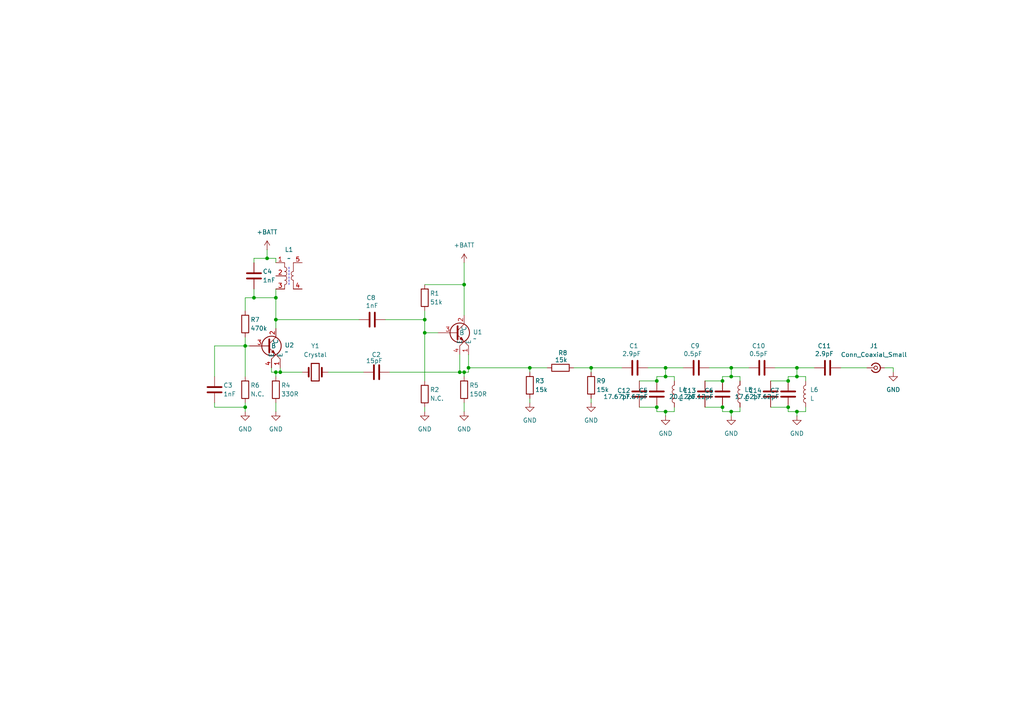
<source format=kicad_sch>
(kicad_sch
	(version 20231120)
	(generator "eeschema")
	(generator_version "8.0")
	(uuid "984c177c-2557-4936-9668-aaa001aab64d")
	(paper "A4")
	(lib_symbols
		(symbol "Connector:Conn_Coaxial_Small"
			(pin_numbers hide)
			(pin_names
				(offset 1.016) hide)
			(exclude_from_sim no)
			(in_bom yes)
			(on_board yes)
			(property "Reference" "J"
				(at 0.254 3.048 0)
				(effects
					(font
						(size 1.27 1.27)
					)
				)
			)
			(property "Value" "Conn_Coaxial_Small"
				(at 0 -3.81 0)
				(effects
					(font
						(size 1.27 1.27)
					)
				)
			)
			(property "Footprint" ""
				(at 0 0 0)
				(effects
					(font
						(size 1.27 1.27)
					)
					(hide yes)
				)
			)
			(property "Datasheet" "~"
				(at 0 0 0)
				(effects
					(font
						(size 1.27 1.27)
					)
					(hide yes)
				)
			)
			(property "Description" "small coaxial connector (BNC, SMA, SMB, SMC, Cinch/RCA, LEMO, ...)"
				(at 0 0 0)
				(effects
					(font
						(size 1.27 1.27)
					)
					(hide yes)
				)
			)
			(property "ki_keywords" "BNC SMA SMB SMC LEMO coaxial connector CINCH RCA MCX MMCX U.FL UMRF"
				(at 0 0 0)
				(effects
					(font
						(size 1.27 1.27)
					)
					(hide yes)
				)
			)
			(property "ki_fp_filters" "*BNC* *SMA* *SMB* *SMC* *Cinch* *LEMO* *UMRF* *MCX* *U.FL*"
				(at 0 0 0)
				(effects
					(font
						(size 1.27 1.27)
					)
					(hide yes)
				)
			)
			(symbol "Conn_Coaxial_Small_0_1"
				(polyline
					(pts
						(xy -2.54 0) (xy -0.508 0)
					)
					(stroke
						(width 0)
						(type default)
					)
					(fill
						(type none)
					)
				)
				(circle
					(center 0 0)
					(radius 0.508)
					(stroke
						(width 0.2032)
						(type default)
					)
					(fill
						(type none)
					)
				)
			)
			(symbol "Conn_Coaxial_Small_1_1"
				(arc
					(start -1.1916 -0.6311)
					(mid 0.327 -1.3081)
					(end 1.3484 0.0039)
					(stroke
						(width 0.3048)
						(type default)
					)
					(fill
						(type none)
					)
				)
				(arc
					(start 1.3484 -0.0039)
					(mid 0.327 1.3081)
					(end -1.1916 0.6311)
					(stroke
						(width 0.3048)
						(type default)
					)
					(fill
						(type none)
					)
				)
				(pin passive line
					(at -2.54 0 0)
					(length 1.27)
					(name "In"
						(effects
							(font
								(size 1.27 1.27)
							)
						)
					)
					(number "1"
						(effects
							(font
								(size 1.27 1.27)
							)
						)
					)
				)
				(pin passive line
					(at 2.54 0 180)
					(length 1.27)
					(name "Ext"
						(effects
							(font
								(size 1.27 1.27)
							)
						)
					)
					(number "2"
						(effects
							(font
								(size 1.27 1.27)
							)
						)
					)
				)
			)
		)
		(symbol "Custom_Symbols:BFP196WN"
			(exclude_from_sim no)
			(in_bom yes)
			(on_board yes)
			(property "Reference" "U"
				(at 0 5.588 0)
				(effects
					(font
						(size 1.27 1.27)
					)
				)
			)
			(property "Value" ""
				(at 0 5.588 0)
				(effects
					(font
						(size 1.27 1.27)
					)
				)
			)
			(property "Footprint" ""
				(at 0 5.588 0)
				(effects
					(font
						(size 1.27 1.27)
					)
					(hide yes)
				)
			)
			(property "Datasheet" ""
				(at 0 5.588 0)
				(effects
					(font
						(size 1.27 1.27)
					)
					(hide yes)
				)
			)
			(property "Description" ""
				(at 0 5.588 0)
				(effects
					(font
						(size 1.27 1.27)
					)
					(hide yes)
				)
			)
			(symbol "BFP196WN_0_1"
				(circle
					(center -1.27 -5.08)
					(radius 2.8194)
					(stroke
						(width 0.254)
						(type default)
					)
					(fill
						(type none)
					)
				)
				(polyline
					(pts
						(xy -1.905 -4.445) (xy 0 -2.54)
					)
					(stroke
						(width 0)
						(type default)
					)
					(fill
						(type none)
					)
				)
				(polyline
					(pts
						(xy 0 -7.62) (xy -1.27 -8.89)
					)
					(stroke
						(width 0)
						(type default)
					)
					(fill
						(type none)
					)
				)
				(polyline
					(pts
						(xy 0 -7.62) (xy 1.27 -8.89)
					)
					(stroke
						(width 0)
						(type default)
					)
					(fill
						(type none)
					)
				)
				(polyline
					(pts
						(xy -1.905 -5.715) (xy 0 -7.62) (xy 0 -7.62)
					)
					(stroke
						(width 0)
						(type default)
					)
					(fill
						(type none)
					)
				)
				(polyline
					(pts
						(xy -1.905 -3.175) (xy -1.905 -6.985) (xy -1.905 -6.985)
					)
					(stroke
						(width 0.508)
						(type default)
					)
					(fill
						(type none)
					)
				)
				(polyline
					(pts
						(xy -1.27 -6.858) (xy -0.762 -6.35) (xy -0.254 -7.366) (xy -1.27 -6.858) (xy -1.27 -6.858)
					)
					(stroke
						(width 0)
						(type default)
					)
					(fill
						(type outline)
					)
				)
			)
			(symbol "BFP196WN_1_1"
				(pin passive line
					(at 1.27 -11.43 90)
					(length 2.54)
					(name "E"
						(effects
							(font
								(size 1.27 1.27)
							)
						)
					)
					(number "1"
						(effects
							(font
								(size 1.27 1.27)
							)
						)
					)
				)
				(pin passive line
					(at 0 0 270)
					(length 2.54)
					(name "C"
						(effects
							(font
								(size 1.27 1.27)
							)
						)
					)
					(number "2"
						(effects
							(font
								(size 1.27 1.27)
							)
						)
					)
				)
				(pin passive line
					(at -7.62 -5.08 0)
					(length 5.715)
					(name "B"
						(effects
							(font
								(size 1.27 1.27)
							)
						)
					)
					(number "3"
						(effects
							(font
								(size 1.27 1.27)
							)
						)
					)
				)
				(pin passive line
					(at -1.27 -11.43 90)
					(length 2.54)
					(name "E"
						(effects
							(font
								(size 1.27 1.27)
							)
						)
					)
					(number "4"
						(effects
							(font
								(size 1.27 1.27)
							)
						)
					)
				)
			)
		)
		(symbol "Custom_Symbols:Inductor_IF"
			(exclude_from_sim no)
			(in_bom yes)
			(on_board yes)
			(property "Reference" "L"
				(at 0 4.572 0)
				(effects
					(font
						(size 1.27 1.27)
					)
				)
			)
			(property "Value" ""
				(at 0 -0.762 0)
				(effects
					(font
						(size 1.27 1.27)
					)
				)
			)
			(property "Footprint" ""
				(at 0 -0.762 0)
				(effects
					(font
						(size 1.27 1.27)
					)
					(hide yes)
				)
			)
			(property "Datasheet" ""
				(at 0 -0.762 0)
				(effects
					(font
						(size 1.27 1.27)
					)
					(hide yes)
				)
			)
			(property "Description" ""
				(at 0 -0.762 0)
				(effects
					(font
						(size 1.27 1.27)
					)
					(hide yes)
				)
			)
			(symbol "Inductor_IF_0_1"
				(arc
					(start -1.2673 -2.54)
					(mid -0.635 -1.905)
					(end -1.2673 -1.27)
					(stroke
						(width 0)
						(type default)
					)
					(fill
						(type none)
					)
				)
				(arc
					(start -1.2673 -1.27)
					(mid -0.635 -0.635)
					(end -1.2673 0)
					(stroke
						(width 0)
						(type default)
					)
					(fill
						(type none)
					)
				)
				(arc
					(start -1.2673 0)
					(mid -0.635 0.635)
					(end -1.2673 1.27)
					(stroke
						(width 0)
						(type default)
					)
					(fill
						(type none)
					)
				)
				(arc
					(start -1.2673 1.27)
					(mid -0.635 1.905)
					(end -1.2673 2.54)
					(stroke
						(width 0)
						(type default)
					)
					(fill
						(type none)
					)
				)
				(polyline
					(pts
						(xy -1.27 -2.54) (xy -1.27 -3.81)
					)
					(stroke
						(width 0)
						(type default)
					)
					(fill
						(type none)
					)
				)
				(polyline
					(pts
						(xy -1.27 3.81) (xy -1.27 2.54)
					)
					(stroke
						(width 0)
						(type default)
					)
					(fill
						(type none)
					)
				)
				(polyline
					(pts
						(xy 1.27 -1.27) (xy 1.27 -3.81)
					)
					(stroke
						(width 0)
						(type default)
					)
					(fill
						(type none)
					)
				)
				(polyline
					(pts
						(xy 1.27 1.27) (xy 1.27 3.81)
					)
					(stroke
						(width 0)
						(type default)
					)
					(fill
						(type none)
					)
				)
				(arc
					(start 1.2673 0)
					(mid 0.635 -0.635)
					(end 1.2673 -1.27)
					(stroke
						(width 0)
						(type default)
					)
					(fill
						(type none)
					)
				)
				(arc
					(start 1.2673 1.27)
					(mid 0.635 0.635)
					(end 1.2673 0)
					(stroke
						(width 0)
						(type default)
					)
					(fill
						(type none)
					)
				)
			)
			(symbol "Inductor_IF_1_1"
				(polyline
					(pts
						(xy 0 -2.032) (xy 0 -2.413) (xy 0 -2.54)
					)
					(stroke
						(width 0)
						(type default)
						(color 0 0 194 1)
					)
					(fill
						(type none)
					)
				)
				(polyline
					(pts
						(xy 0 -1.143) (xy 0 -1.524) (xy 0 -1.651)
					)
					(stroke
						(width 0)
						(type default)
						(color 0 0 194 1)
					)
					(fill
						(type none)
					)
				)
				(polyline
					(pts
						(xy 0 -0.254) (xy 0 -0.635) (xy 0 -0.762)
					)
					(stroke
						(width 0)
						(type default)
						(color 0 0 194 1)
					)
					(fill
						(type none)
					)
				)
				(polyline
					(pts
						(xy 0 0.762) (xy 0 0.381) (xy 0 0.254)
					)
					(stroke
						(width 0)
						(type default)
						(color 0 0 194 1)
					)
					(fill
						(type none)
					)
				)
				(polyline
					(pts
						(xy 0 1.651) (xy 0 1.27) (xy 0 1.143)
					)
					(stroke
						(width 0)
						(type default)
						(color 0 0 194 1)
					)
					(fill
						(type none)
					)
				)
				(polyline
					(pts
						(xy 0 2.54) (xy 0 2.159) (xy 0 2.032)
					)
					(stroke
						(width 0)
						(type default)
						(color 0 0 194 1)
					)
					(fill
						(type none)
					)
				)
				(pin input line
					(at -3.81 3.81 0)
					(length 2.54)
					(name ""
						(effects
							(font
								(size 1.27 1.27)
							)
						)
					)
					(number "1"
						(effects
							(font
								(size 1.27 1.27)
							)
						)
					)
				)
				(pin input line
					(at -3.81 0 0)
					(length 2.54)
					(name ""
						(effects
							(font
								(size 1.27 1.27)
							)
						)
					)
					(number "2"
						(effects
							(font
								(size 1.27 1.27)
							)
						)
					)
				)
				(pin input line
					(at -3.81 -3.81 0)
					(length 2.54)
					(name ""
						(effects
							(font
								(size 1.27 1.27)
							)
						)
					)
					(number "3"
						(effects
							(font
								(size 1.27 1.27)
							)
						)
					)
				)
				(pin input line
					(at 3.81 -3.81 180)
					(length 2.54)
					(name ""
						(effects
							(font
								(size 1.27 1.27)
							)
						)
					)
					(number "4"
						(effects
							(font
								(size 1.27 1.27)
							)
						)
					)
				)
				(pin input line
					(at 3.81 3.81 180)
					(length 2.54)
					(name ""
						(effects
							(font
								(size 1.27 1.27)
							)
						)
					)
					(number "5"
						(effects
							(font
								(size 1.27 1.27)
							)
						)
					)
				)
			)
		)
		(symbol "Device:C"
			(pin_numbers hide)
			(pin_names
				(offset 0.254)
			)
			(exclude_from_sim no)
			(in_bom yes)
			(on_board yes)
			(property "Reference" "C"
				(at 0.635 2.54 0)
				(effects
					(font
						(size 1.27 1.27)
					)
					(justify left)
				)
			)
			(property "Value" "C"
				(at 0.635 -2.54 0)
				(effects
					(font
						(size 1.27 1.27)
					)
					(justify left)
				)
			)
			(property "Footprint" ""
				(at 0.9652 -3.81 0)
				(effects
					(font
						(size 1.27 1.27)
					)
					(hide yes)
				)
			)
			(property "Datasheet" "~"
				(at 0 0 0)
				(effects
					(font
						(size 1.27 1.27)
					)
					(hide yes)
				)
			)
			(property "Description" "Unpolarized capacitor"
				(at 0 0 0)
				(effects
					(font
						(size 1.27 1.27)
					)
					(hide yes)
				)
			)
			(property "ki_keywords" "cap capacitor"
				(at 0 0 0)
				(effects
					(font
						(size 1.27 1.27)
					)
					(hide yes)
				)
			)
			(property "ki_fp_filters" "C_*"
				(at 0 0 0)
				(effects
					(font
						(size 1.27 1.27)
					)
					(hide yes)
				)
			)
			(symbol "C_0_1"
				(polyline
					(pts
						(xy -2.032 -0.762) (xy 2.032 -0.762)
					)
					(stroke
						(width 0.508)
						(type default)
					)
					(fill
						(type none)
					)
				)
				(polyline
					(pts
						(xy -2.032 0.762) (xy 2.032 0.762)
					)
					(stroke
						(width 0.508)
						(type default)
					)
					(fill
						(type none)
					)
				)
			)
			(symbol "C_1_1"
				(pin passive line
					(at 0 3.81 270)
					(length 2.794)
					(name "~"
						(effects
							(font
								(size 1.27 1.27)
							)
						)
					)
					(number "1"
						(effects
							(font
								(size 1.27 1.27)
							)
						)
					)
				)
				(pin passive line
					(at 0 -3.81 90)
					(length 2.794)
					(name "~"
						(effects
							(font
								(size 1.27 1.27)
							)
						)
					)
					(number "2"
						(effects
							(font
								(size 1.27 1.27)
							)
						)
					)
				)
			)
		)
		(symbol "Device:Crystal"
			(pin_numbers hide)
			(pin_names
				(offset 1.016) hide)
			(exclude_from_sim no)
			(in_bom yes)
			(on_board yes)
			(property "Reference" "Y"
				(at 0 3.81 0)
				(effects
					(font
						(size 1.27 1.27)
					)
				)
			)
			(property "Value" "Crystal"
				(at 0 -3.81 0)
				(effects
					(font
						(size 1.27 1.27)
					)
				)
			)
			(property "Footprint" ""
				(at 0 0 0)
				(effects
					(font
						(size 1.27 1.27)
					)
					(hide yes)
				)
			)
			(property "Datasheet" "~"
				(at 0 0 0)
				(effects
					(font
						(size 1.27 1.27)
					)
					(hide yes)
				)
			)
			(property "Description" "Two pin crystal"
				(at 0 0 0)
				(effects
					(font
						(size 1.27 1.27)
					)
					(hide yes)
				)
			)
			(property "ki_keywords" "quartz ceramic resonator oscillator"
				(at 0 0 0)
				(effects
					(font
						(size 1.27 1.27)
					)
					(hide yes)
				)
			)
			(property "ki_fp_filters" "Crystal*"
				(at 0 0 0)
				(effects
					(font
						(size 1.27 1.27)
					)
					(hide yes)
				)
			)
			(symbol "Crystal_0_1"
				(rectangle
					(start -1.143 2.54)
					(end 1.143 -2.54)
					(stroke
						(width 0.3048)
						(type default)
					)
					(fill
						(type none)
					)
				)
				(polyline
					(pts
						(xy -2.54 0) (xy -1.905 0)
					)
					(stroke
						(width 0)
						(type default)
					)
					(fill
						(type none)
					)
				)
				(polyline
					(pts
						(xy -1.905 -1.27) (xy -1.905 1.27)
					)
					(stroke
						(width 0.508)
						(type default)
					)
					(fill
						(type none)
					)
				)
				(polyline
					(pts
						(xy 1.905 -1.27) (xy 1.905 1.27)
					)
					(stroke
						(width 0.508)
						(type default)
					)
					(fill
						(type none)
					)
				)
				(polyline
					(pts
						(xy 2.54 0) (xy 1.905 0)
					)
					(stroke
						(width 0)
						(type default)
					)
					(fill
						(type none)
					)
				)
			)
			(symbol "Crystal_1_1"
				(pin passive line
					(at -3.81 0 0)
					(length 1.27)
					(name "1"
						(effects
							(font
								(size 1.27 1.27)
							)
						)
					)
					(number "1"
						(effects
							(font
								(size 1.27 1.27)
							)
						)
					)
				)
				(pin passive line
					(at 3.81 0 180)
					(length 1.27)
					(name "2"
						(effects
							(font
								(size 1.27 1.27)
							)
						)
					)
					(number "2"
						(effects
							(font
								(size 1.27 1.27)
							)
						)
					)
				)
			)
		)
		(symbol "Device:L"
			(pin_numbers hide)
			(pin_names
				(offset 1.016) hide)
			(exclude_from_sim no)
			(in_bom yes)
			(on_board yes)
			(property "Reference" "L"
				(at -1.27 0 90)
				(effects
					(font
						(size 1.27 1.27)
					)
				)
			)
			(property "Value" "L"
				(at 1.905 0 90)
				(effects
					(font
						(size 1.27 1.27)
					)
				)
			)
			(property "Footprint" ""
				(at 0 0 0)
				(effects
					(font
						(size 1.27 1.27)
					)
					(hide yes)
				)
			)
			(property "Datasheet" "~"
				(at 0 0 0)
				(effects
					(font
						(size 1.27 1.27)
					)
					(hide yes)
				)
			)
			(property "Description" "Inductor"
				(at 0 0 0)
				(effects
					(font
						(size 1.27 1.27)
					)
					(hide yes)
				)
			)
			(property "ki_keywords" "inductor choke coil reactor magnetic"
				(at 0 0 0)
				(effects
					(font
						(size 1.27 1.27)
					)
					(hide yes)
				)
			)
			(property "ki_fp_filters" "Choke_* *Coil* Inductor_* L_*"
				(at 0 0 0)
				(effects
					(font
						(size 1.27 1.27)
					)
					(hide yes)
				)
			)
			(symbol "L_0_1"
				(arc
					(start 0 -2.54)
					(mid 0.6323 -1.905)
					(end 0 -1.27)
					(stroke
						(width 0)
						(type default)
					)
					(fill
						(type none)
					)
				)
				(arc
					(start 0 -1.27)
					(mid 0.6323 -0.635)
					(end 0 0)
					(stroke
						(width 0)
						(type default)
					)
					(fill
						(type none)
					)
				)
				(arc
					(start 0 0)
					(mid 0.6323 0.635)
					(end 0 1.27)
					(stroke
						(width 0)
						(type default)
					)
					(fill
						(type none)
					)
				)
				(arc
					(start 0 1.27)
					(mid 0.6323 1.905)
					(end 0 2.54)
					(stroke
						(width 0)
						(type default)
					)
					(fill
						(type none)
					)
				)
			)
			(symbol "L_1_1"
				(pin passive line
					(at 0 3.81 270)
					(length 1.27)
					(name "1"
						(effects
							(font
								(size 1.27 1.27)
							)
						)
					)
					(number "1"
						(effects
							(font
								(size 1.27 1.27)
							)
						)
					)
				)
				(pin passive line
					(at 0 -3.81 90)
					(length 1.27)
					(name "2"
						(effects
							(font
								(size 1.27 1.27)
							)
						)
					)
					(number "2"
						(effects
							(font
								(size 1.27 1.27)
							)
						)
					)
				)
			)
		)
		(symbol "Device:R"
			(pin_numbers hide)
			(pin_names
				(offset 0)
			)
			(exclude_from_sim no)
			(in_bom yes)
			(on_board yes)
			(property "Reference" "R"
				(at 2.032 0 90)
				(effects
					(font
						(size 1.27 1.27)
					)
				)
			)
			(property "Value" "R"
				(at 0 0 90)
				(effects
					(font
						(size 1.27 1.27)
					)
				)
			)
			(property "Footprint" ""
				(at -1.778 0 90)
				(effects
					(font
						(size 1.27 1.27)
					)
					(hide yes)
				)
			)
			(property "Datasheet" "~"
				(at 0 0 0)
				(effects
					(font
						(size 1.27 1.27)
					)
					(hide yes)
				)
			)
			(property "Description" "Resistor"
				(at 0 0 0)
				(effects
					(font
						(size 1.27 1.27)
					)
					(hide yes)
				)
			)
			(property "ki_keywords" "R res resistor"
				(at 0 0 0)
				(effects
					(font
						(size 1.27 1.27)
					)
					(hide yes)
				)
			)
			(property "ki_fp_filters" "R_*"
				(at 0 0 0)
				(effects
					(font
						(size 1.27 1.27)
					)
					(hide yes)
				)
			)
			(symbol "R_0_1"
				(rectangle
					(start -1.016 -2.54)
					(end 1.016 2.54)
					(stroke
						(width 0.254)
						(type default)
					)
					(fill
						(type none)
					)
				)
			)
			(symbol "R_1_1"
				(pin passive line
					(at 0 3.81 270)
					(length 1.27)
					(name "~"
						(effects
							(font
								(size 1.27 1.27)
							)
						)
					)
					(number "1"
						(effects
							(font
								(size 1.27 1.27)
							)
						)
					)
				)
				(pin passive line
					(at 0 -3.81 90)
					(length 1.27)
					(name "~"
						(effects
							(font
								(size 1.27 1.27)
							)
						)
					)
					(number "2"
						(effects
							(font
								(size 1.27 1.27)
							)
						)
					)
				)
			)
		)
		(symbol "power:+BATT"
			(power)
			(pin_numbers hide)
			(pin_names
				(offset 0) hide)
			(exclude_from_sim no)
			(in_bom yes)
			(on_board yes)
			(property "Reference" "#PWR"
				(at 0 -3.81 0)
				(effects
					(font
						(size 1.27 1.27)
					)
					(hide yes)
				)
			)
			(property "Value" "+BATT"
				(at 0 3.556 0)
				(effects
					(font
						(size 1.27 1.27)
					)
				)
			)
			(property "Footprint" ""
				(at 0 0 0)
				(effects
					(font
						(size 1.27 1.27)
					)
					(hide yes)
				)
			)
			(property "Datasheet" ""
				(at 0 0 0)
				(effects
					(font
						(size 1.27 1.27)
					)
					(hide yes)
				)
			)
			(property "Description" "Power symbol creates a global label with name \"+BATT\""
				(at 0 0 0)
				(effects
					(font
						(size 1.27 1.27)
					)
					(hide yes)
				)
			)
			(property "ki_keywords" "global power battery"
				(at 0 0 0)
				(effects
					(font
						(size 1.27 1.27)
					)
					(hide yes)
				)
			)
			(symbol "+BATT_0_1"
				(polyline
					(pts
						(xy -0.762 1.27) (xy 0 2.54)
					)
					(stroke
						(width 0)
						(type default)
					)
					(fill
						(type none)
					)
				)
				(polyline
					(pts
						(xy 0 0) (xy 0 2.54)
					)
					(stroke
						(width 0)
						(type default)
					)
					(fill
						(type none)
					)
				)
				(polyline
					(pts
						(xy 0 2.54) (xy 0.762 1.27)
					)
					(stroke
						(width 0)
						(type default)
					)
					(fill
						(type none)
					)
				)
			)
			(symbol "+BATT_1_1"
				(pin power_in line
					(at 0 0 90)
					(length 0)
					(name "~"
						(effects
							(font
								(size 1.27 1.27)
							)
						)
					)
					(number "1"
						(effects
							(font
								(size 1.27 1.27)
							)
						)
					)
				)
			)
		)
		(symbol "power:GND"
			(power)
			(pin_numbers hide)
			(pin_names
				(offset 0) hide)
			(exclude_from_sim no)
			(in_bom yes)
			(on_board yes)
			(property "Reference" "#PWR"
				(at 0 -6.35 0)
				(effects
					(font
						(size 1.27 1.27)
					)
					(hide yes)
				)
			)
			(property "Value" "GND"
				(at 0 -3.81 0)
				(effects
					(font
						(size 1.27 1.27)
					)
				)
			)
			(property "Footprint" ""
				(at 0 0 0)
				(effects
					(font
						(size 1.27 1.27)
					)
					(hide yes)
				)
			)
			(property "Datasheet" ""
				(at 0 0 0)
				(effects
					(font
						(size 1.27 1.27)
					)
					(hide yes)
				)
			)
			(property "Description" "Power symbol creates a global label with name \"GND\" , ground"
				(at 0 0 0)
				(effects
					(font
						(size 1.27 1.27)
					)
					(hide yes)
				)
			)
			(property "ki_keywords" "global power"
				(at 0 0 0)
				(effects
					(font
						(size 1.27 1.27)
					)
					(hide yes)
				)
			)
			(symbol "GND_0_1"
				(polyline
					(pts
						(xy 0 0) (xy 0 -1.27) (xy 1.27 -1.27) (xy 0 -2.54) (xy -1.27 -1.27) (xy 0 -1.27)
					)
					(stroke
						(width 0)
						(type default)
					)
					(fill
						(type none)
					)
				)
			)
			(symbol "GND_1_1"
				(pin power_in line
					(at 0 0 270)
					(length 0)
					(name "~"
						(effects
							(font
								(size 1.27 1.27)
							)
						)
					)
					(number "1"
						(effects
							(font
								(size 1.27 1.27)
							)
						)
					)
				)
			)
		)
	)
	(junction
		(at 71.12 100.33)
		(diameter 0)
		(color 0 0 0 0)
		(uuid "0d77a31c-8986-4f45-8131-a06012d88fad")
	)
	(junction
		(at 212.09 119.38)
		(diameter 0)
		(color 0 0 0 0)
		(uuid "0db6eab1-c0f8-446b-b8b0-e19d38e8301c")
	)
	(junction
		(at 171.45 106.68)
		(diameter 0)
		(color 0 0 0 0)
		(uuid "1e2f451d-d37b-4cd4-9504-35eaec4df4cb")
	)
	(junction
		(at 190.5 118.11)
		(diameter 0)
		(color 0 0 0 0)
		(uuid "2671653d-1a8d-44d6-bfa8-ff22b9f4b876")
	)
	(junction
		(at 153.67 106.68)
		(diameter 0)
		(color 0 0 0 0)
		(uuid "29451609-66f3-43f4-959a-deb430a0b79c")
	)
	(junction
		(at 135.89 106.68)
		(diameter 0)
		(color 0 0 0 0)
		(uuid "30fdc31a-fc9d-46fb-99f6-d3cb10fdc661")
	)
	(junction
		(at 73.66 86.36)
		(diameter 0)
		(color 0 0 0 0)
		(uuid "343a3c2e-0a3b-4433-a9df-99bd9085de08")
	)
	(junction
		(at 81.28 107.95)
		(diameter 0)
		(color 0 0 0 0)
		(uuid "3b66dd30-f168-4947-b14c-63765f9525e5")
	)
	(junction
		(at 209.55 110.49)
		(diameter 0)
		(color 0 0 0 0)
		(uuid "3c311220-3821-4102-9411-ffd17c5c319e")
	)
	(junction
		(at 71.12 118.11)
		(diameter 0)
		(color 0 0 0 0)
		(uuid "4020bffe-8eb5-4cbe-a05b-6ab24e41075e")
	)
	(junction
		(at 134.62 82.55)
		(diameter 0)
		(color 0 0 0 0)
		(uuid "5d48d351-796b-4ca6-b30d-7fb27b834303")
	)
	(junction
		(at 209.55 118.11)
		(diameter 0)
		(color 0 0 0 0)
		(uuid "60088cce-76b8-40e7-bfc0-e5f0bbeac2fc")
	)
	(junction
		(at 80.01 92.71)
		(diameter 0)
		(color 0 0 0 0)
		(uuid "620badc8-ad45-43ad-babc-0b8c37f33e1a")
	)
	(junction
		(at 123.19 92.71)
		(diameter 0)
		(color 0 0 0 0)
		(uuid "79741c34-2b03-403c-afdc-3acf6424caa5")
	)
	(junction
		(at 212.09 109.22)
		(diameter 0)
		(color 0 0 0 0)
		(uuid "85990600-651b-4dee-b46c-f9caa033da25")
	)
	(junction
		(at 231.14 109.22)
		(diameter 0)
		(color 0 0 0 0)
		(uuid "90813904-2221-47a9-a133-48aa56ce94f6")
	)
	(junction
		(at 231.14 106.68)
		(diameter 0)
		(color 0 0 0 0)
		(uuid "97fefd88-8d71-4657-b31c-e739d18aab56")
	)
	(junction
		(at 228.6 118.11)
		(diameter 0)
		(color 0 0 0 0)
		(uuid "a3f9c1fd-cf1e-4afe-8d2a-6ee3f39534b7")
	)
	(junction
		(at 212.09 106.68)
		(diameter 0)
		(color 0 0 0 0)
		(uuid "a9d231ab-29d7-4d80-8cbe-bd3bc1953c3a")
	)
	(junction
		(at 228.6 110.49)
		(diameter 0)
		(color 0 0 0 0)
		(uuid "a9fb992d-bb22-4cd6-9dbb-e6e2fc070ce5")
	)
	(junction
		(at 77.47 74.93)
		(diameter 0)
		(color 0 0 0 0)
		(uuid "b003cd3b-6300-4524-96b7-a79556f00082")
	)
	(junction
		(at 134.62 107.95)
		(diameter 0)
		(color 0 0 0 0)
		(uuid "b708f5aa-088c-4a5b-8bdd-b2581b65cced")
	)
	(junction
		(at 123.19 96.52)
		(diameter 0)
		(color 0 0 0 0)
		(uuid "bc675f3b-20b2-4812-b742-4750ca6f7e2f")
	)
	(junction
		(at 190.5 110.49)
		(diameter 0)
		(color 0 0 0 0)
		(uuid "be532e16-d5dc-457f-8826-93e719a8f225")
	)
	(junction
		(at 133.35 107.95)
		(diameter 0)
		(color 0 0 0 0)
		(uuid "c3f1e773-5c39-4dd8-ad0f-347c93589f10")
	)
	(junction
		(at 80.01 86.36)
		(diameter 0)
		(color 0 0 0 0)
		(uuid "c41b70c8-6a54-4d19-8cee-06bc938d1744")
	)
	(junction
		(at 193.04 106.68)
		(diameter 0)
		(color 0 0 0 0)
		(uuid "d13d0472-518c-4501-a169-74d0946da3ee")
	)
	(junction
		(at 80.01 107.95)
		(diameter 0)
		(color 0 0 0 0)
		(uuid "d78b866e-93b6-4a0a-8207-3616706b4688")
	)
	(junction
		(at 231.14 119.38)
		(diameter 0)
		(color 0 0 0 0)
		(uuid "e47b5acc-7e35-414d-9333-a7c16fa5b04a")
	)
	(junction
		(at 193.04 119.38)
		(diameter 0)
		(color 0 0 0 0)
		(uuid "e869d47a-c8c8-4f93-a738-f50ec0b176ab")
	)
	(junction
		(at 193.04 109.22)
		(diameter 0)
		(color 0 0 0 0)
		(uuid "f91dd047-e5cf-4bd3-a9f4-dd305d6bab84")
	)
	(wire
		(pts
			(xy 80.01 74.93) (xy 77.47 74.93)
		)
		(stroke
			(width 0)
			(type default)
		)
		(uuid "0070c5f5-45fd-4099-ada0-be53ab7d895d")
	)
	(wire
		(pts
			(xy 71.12 86.36) (xy 73.66 86.36)
		)
		(stroke
			(width 0)
			(type default)
		)
		(uuid "00b109af-9212-48e4-b341-b6d1e2dfb2aa")
	)
	(wire
		(pts
			(xy 209.55 109.22) (xy 209.55 110.49)
		)
		(stroke
			(width 0)
			(type default)
		)
		(uuid "01fcccfa-a62d-48a9-aad9-1573bae67352")
	)
	(wire
		(pts
			(xy 134.62 107.95) (xy 135.89 107.95)
		)
		(stroke
			(width 0)
			(type default)
		)
		(uuid "03f2d9cf-7a41-4c87-8955-b99c0d8da4f5")
	)
	(wire
		(pts
			(xy 133.35 107.95) (xy 134.62 107.95)
		)
		(stroke
			(width 0)
			(type default)
		)
		(uuid "10df71be-6ba4-4598-887a-b451910f2496")
	)
	(wire
		(pts
			(xy 153.67 115.57) (xy 153.67 116.84)
		)
		(stroke
			(width 0)
			(type default)
		)
		(uuid "1228a6f6-231e-44a4-8c44-644291bb05df")
	)
	(wire
		(pts
			(xy 214.63 119.38) (xy 214.63 118.11)
		)
		(stroke
			(width 0)
			(type default)
		)
		(uuid "13deaddc-a770-4721-b9c3-fcbe7f245ea4")
	)
	(wire
		(pts
			(xy 71.12 100.33) (xy 72.39 100.33)
		)
		(stroke
			(width 0)
			(type default)
		)
		(uuid "18e7fc4e-d1a9-4706-81eb-124e7e4b8591")
	)
	(wire
		(pts
			(xy 71.12 97.79) (xy 71.12 100.33)
		)
		(stroke
			(width 0)
			(type default)
		)
		(uuid "1a6e6cee-c92f-412a-9406-bd16a9362269")
	)
	(wire
		(pts
			(xy 231.14 109.22) (xy 228.6 109.22)
		)
		(stroke
			(width 0)
			(type default)
		)
		(uuid "1bd9f128-71d5-413f-ac4a-4243a78163f8")
	)
	(wire
		(pts
			(xy 193.04 106.68) (xy 193.04 109.22)
		)
		(stroke
			(width 0)
			(type default)
		)
		(uuid "1c14a183-7641-471c-a717-f015ada04e45")
	)
	(wire
		(pts
			(xy 134.62 82.55) (xy 134.62 91.44)
		)
		(stroke
			(width 0)
			(type default)
		)
		(uuid "1f3f6bcd-5bb8-4f05-b80e-03f83a15dadb")
	)
	(wire
		(pts
			(xy 81.28 107.95) (xy 81.28 106.68)
		)
		(stroke
			(width 0)
			(type default)
		)
		(uuid "25d757a8-dbc1-4e3a-84fe-9c610445f568")
	)
	(wire
		(pts
			(xy 123.19 92.71) (xy 123.19 96.52)
		)
		(stroke
			(width 0)
			(type default)
		)
		(uuid "2726f3a1-3a89-4364-94f1-b1b774f6e326")
	)
	(wire
		(pts
			(xy 62.23 100.33) (xy 71.12 100.33)
		)
		(stroke
			(width 0)
			(type default)
		)
		(uuid "2891348d-ae04-44a5-a5a4-6e6d5442cf12")
	)
	(wire
		(pts
			(xy 223.52 118.11) (xy 228.6 118.11)
		)
		(stroke
			(width 0)
			(type default)
		)
		(uuid "28b7cb9b-a406-48c6-b291-26bf18732a00")
	)
	(wire
		(pts
			(xy 71.12 100.33) (xy 71.12 109.22)
		)
		(stroke
			(width 0)
			(type default)
		)
		(uuid "28cf75e3-1be3-4993-86ef-70436380c343")
	)
	(wire
		(pts
			(xy 193.04 109.22) (xy 190.5 109.22)
		)
		(stroke
			(width 0)
			(type default)
		)
		(uuid "29bafde7-85e9-4e04-93a1-d5a09bcb48c7")
	)
	(wire
		(pts
			(xy 195.58 109.22) (xy 193.04 109.22)
		)
		(stroke
			(width 0)
			(type default)
		)
		(uuid "2da3ab8d-c197-43ed-9a77-924a3a21cbba")
	)
	(wire
		(pts
			(xy 212.09 106.68) (xy 217.17 106.68)
		)
		(stroke
			(width 0)
			(type default)
		)
		(uuid "2ddb4b6e-ebf0-437f-8680-767c296d4bd2")
	)
	(wire
		(pts
			(xy 185.42 118.11) (xy 190.5 118.11)
		)
		(stroke
			(width 0)
			(type default)
		)
		(uuid "2f85d48f-11bb-49a7-bdb7-0d0aed721e42")
	)
	(wire
		(pts
			(xy 193.04 119.38) (xy 195.58 119.38)
		)
		(stroke
			(width 0)
			(type default)
		)
		(uuid "305041c4-415f-4ac3-af0e-db68cbb9ec1c")
	)
	(wire
		(pts
			(xy 80.01 92.71) (xy 80.01 95.25)
		)
		(stroke
			(width 0)
			(type default)
		)
		(uuid "30f6540b-3a1f-4965-9d94-426f33846836")
	)
	(wire
		(pts
			(xy 80.01 86.36) (xy 80.01 92.71)
		)
		(stroke
			(width 0)
			(type default)
		)
		(uuid "321c65d1-2e21-4c42-b910-c1a65118bc75")
	)
	(wire
		(pts
			(xy 123.19 118.11) (xy 123.19 119.38)
		)
		(stroke
			(width 0)
			(type default)
		)
		(uuid "3416dccd-6d25-4b9f-aaec-0d170ee9d599")
	)
	(wire
		(pts
			(xy 205.74 106.68) (xy 212.09 106.68)
		)
		(stroke
			(width 0)
			(type default)
		)
		(uuid "358ae7df-2b42-4108-9857-8df12b0372f1")
	)
	(wire
		(pts
			(xy 73.66 74.93) (xy 73.66 76.2)
		)
		(stroke
			(width 0)
			(type default)
		)
		(uuid "388215e5-49ad-49d8-96c6-84c467203976")
	)
	(wire
		(pts
			(xy 134.62 76.2) (xy 134.62 82.55)
		)
		(stroke
			(width 0)
			(type default)
		)
		(uuid "39f22b61-452a-4c0f-9487-10341c106861")
	)
	(wire
		(pts
			(xy 134.62 109.22) (xy 134.62 107.95)
		)
		(stroke
			(width 0)
			(type default)
		)
		(uuid "3a36f179-a25a-40fe-857d-fe34369f6c3f")
	)
	(wire
		(pts
			(xy 78.74 107.95) (xy 80.01 107.95)
		)
		(stroke
			(width 0)
			(type default)
		)
		(uuid "3ae3ee38-3a7b-4b8b-9397-66e8674582ea")
	)
	(wire
		(pts
			(xy 243.84 106.68) (xy 251.46 106.68)
		)
		(stroke
			(width 0)
			(type default)
		)
		(uuid "3dea11d5-49c8-4d1f-944b-efa16712ed12")
	)
	(wire
		(pts
			(xy 80.01 116.84) (xy 80.01 119.38)
		)
		(stroke
			(width 0)
			(type default)
		)
		(uuid "3f207a44-5e9c-4899-8693-dc39ff6640b4")
	)
	(wire
		(pts
			(xy 190.5 118.11) (xy 190.5 119.38)
		)
		(stroke
			(width 0)
			(type default)
		)
		(uuid "4113404f-6cc2-4868-96aa-5d18b4d06f50")
	)
	(wire
		(pts
			(xy 228.6 109.22) (xy 228.6 110.49)
		)
		(stroke
			(width 0)
			(type default)
		)
		(uuid "429ba380-124f-4f39-9b0b-fe9d7b522f07")
	)
	(wire
		(pts
			(xy 133.35 102.87) (xy 133.35 107.95)
		)
		(stroke
			(width 0)
			(type default)
		)
		(uuid "4f6e9151-1f59-48ac-a791-6e8348de1962")
	)
	(wire
		(pts
			(xy 73.66 83.82) (xy 73.66 86.36)
		)
		(stroke
			(width 0)
			(type default)
		)
		(uuid "52f5198e-0cf8-4512-8225-41fb06cbd388")
	)
	(wire
		(pts
			(xy 212.09 119.38) (xy 214.63 119.38)
		)
		(stroke
			(width 0)
			(type default)
		)
		(uuid "591947a4-5da7-4f83-925d-7836d09f8913")
	)
	(wire
		(pts
			(xy 204.47 118.11) (xy 209.55 118.11)
		)
		(stroke
			(width 0)
			(type default)
		)
		(uuid "5b1a0bdc-6a50-44f5-9c39-d3d5f6e08dd5")
	)
	(wire
		(pts
			(xy 105.41 107.95) (xy 95.25 107.95)
		)
		(stroke
			(width 0)
			(type default)
		)
		(uuid "5b531dd6-08fb-46e8-97cc-36f96510926f")
	)
	(wire
		(pts
			(xy 62.23 100.33) (xy 62.23 109.22)
		)
		(stroke
			(width 0)
			(type default)
		)
		(uuid "61ff6863-2d01-42d8-8aa0-afe7bd2fad81")
	)
	(wire
		(pts
			(xy 81.28 107.95) (xy 87.63 107.95)
		)
		(stroke
			(width 0)
			(type default)
		)
		(uuid "6467d709-9b2c-4424-9d73-c629aa67380b")
	)
	(wire
		(pts
			(xy 233.68 119.38) (xy 233.68 118.11)
		)
		(stroke
			(width 0)
			(type default)
		)
		(uuid "6499cc52-99af-4651-a23a-339ee2c24504")
	)
	(wire
		(pts
			(xy 123.19 96.52) (xy 123.19 110.49)
		)
		(stroke
			(width 0)
			(type default)
		)
		(uuid "684f1e77-8681-4eea-b848-a8c5b83e1402")
	)
	(wire
		(pts
			(xy 212.09 106.68) (xy 212.09 109.22)
		)
		(stroke
			(width 0)
			(type default)
		)
		(uuid "69602222-e65f-4f79-a551-2a608dd3de52")
	)
	(wire
		(pts
			(xy 231.14 106.68) (xy 236.22 106.68)
		)
		(stroke
			(width 0)
			(type default)
		)
		(uuid "6ac41575-1b48-4968-99ff-295bea36923c")
	)
	(wire
		(pts
			(xy 81.28 107.95) (xy 80.01 107.95)
		)
		(stroke
			(width 0)
			(type default)
		)
		(uuid "6cce7025-c41e-49cc-acce-b4c43265e04b")
	)
	(wire
		(pts
			(xy 190.5 109.22) (xy 190.5 110.49)
		)
		(stroke
			(width 0)
			(type default)
		)
		(uuid "6d9a8459-c4f6-48b8-a3ab-6090436e44ec")
	)
	(wire
		(pts
			(xy 80.01 92.71) (xy 104.14 92.71)
		)
		(stroke
			(width 0)
			(type default)
		)
		(uuid "742110b2-7e97-498c-ba1f-ca109ba0024d")
	)
	(wire
		(pts
			(xy 71.12 86.36) (xy 71.12 90.17)
		)
		(stroke
			(width 0)
			(type default)
		)
		(uuid "774e1e40-4dfc-4cae-a80e-3e68efa819b8")
	)
	(wire
		(pts
			(xy 71.12 116.84) (xy 71.12 118.11)
		)
		(stroke
			(width 0)
			(type default)
		)
		(uuid "782ac85e-8123-4c7c-a360-9ee8a68c22d2")
	)
	(wire
		(pts
			(xy 224.79 106.68) (xy 231.14 106.68)
		)
		(stroke
			(width 0)
			(type default)
		)
		(uuid "799bef92-333b-4bfe-8062-87a09650f525")
	)
	(wire
		(pts
			(xy 135.89 106.68) (xy 135.89 102.87)
		)
		(stroke
			(width 0)
			(type default)
		)
		(uuid "7daa714c-9fc0-4de4-bcdd-817c5bf244c2")
	)
	(wire
		(pts
			(xy 73.66 74.93) (xy 77.47 74.93)
		)
		(stroke
			(width 0)
			(type default)
		)
		(uuid "7e60346c-dacc-435e-ab24-af9853abdb56")
	)
	(wire
		(pts
			(xy 195.58 119.38) (xy 195.58 118.11)
		)
		(stroke
			(width 0)
			(type default)
		)
		(uuid "82131b2d-51a6-476d-9d53-10bdc2cf6630")
	)
	(wire
		(pts
			(xy 80.01 86.36) (xy 80.01 83.82)
		)
		(stroke
			(width 0)
			(type default)
		)
		(uuid "83d702e8-b89a-4598-927e-220bcfdd31da")
	)
	(wire
		(pts
			(xy 171.45 106.68) (xy 171.45 107.95)
		)
		(stroke
			(width 0)
			(type default)
		)
		(uuid "881167d1-8f41-4000-ae3a-0f44369852ed")
	)
	(wire
		(pts
			(xy 223.52 110.49) (xy 228.6 110.49)
		)
		(stroke
			(width 0)
			(type default)
		)
		(uuid "89bd94ae-e13f-4a97-8838-1214f94a632d")
	)
	(wire
		(pts
			(xy 209.55 118.11) (xy 209.55 119.38)
		)
		(stroke
			(width 0)
			(type default)
		)
		(uuid "8a0abb6b-a624-4360-ab4f-5978f9c16908")
	)
	(wire
		(pts
			(xy 231.14 119.38) (xy 231.14 120.65)
		)
		(stroke
			(width 0)
			(type default)
		)
		(uuid "9052ade8-f86e-4931-81bd-a4342dd16d4a")
	)
	(wire
		(pts
			(xy 113.03 107.95) (xy 133.35 107.95)
		)
		(stroke
			(width 0)
			(type default)
		)
		(uuid "9067ac3b-75ca-4a6a-a4e3-cc1ea64db21b")
	)
	(wire
		(pts
			(xy 171.45 115.57) (xy 171.45 116.84)
		)
		(stroke
			(width 0)
			(type default)
		)
		(uuid "90960368-4f9f-4367-abd2-654536dc6d4e")
	)
	(wire
		(pts
			(xy 195.58 110.49) (xy 195.58 109.22)
		)
		(stroke
			(width 0)
			(type default)
		)
		(uuid "90af2fc8-512e-4c17-beb8-955d5512590c")
	)
	(wire
		(pts
			(xy 77.47 72.39) (xy 77.47 74.93)
		)
		(stroke
			(width 0)
			(type default)
		)
		(uuid "91fdba5d-97fc-430e-8c28-eebcc25255ea")
	)
	(wire
		(pts
			(xy 171.45 106.68) (xy 180.34 106.68)
		)
		(stroke
			(width 0)
			(type default)
		)
		(uuid "92017881-5147-4f1d-b3f8-671f6905ec29")
	)
	(wire
		(pts
			(xy 193.04 119.38) (xy 193.04 120.65)
		)
		(stroke
			(width 0)
			(type default)
		)
		(uuid "9655fac1-8060-448a-8eb9-24c29326afd9")
	)
	(wire
		(pts
			(xy 190.5 119.38) (xy 193.04 119.38)
		)
		(stroke
			(width 0)
			(type default)
		)
		(uuid "992ba060-8739-4d50-a4eb-410d35395b65")
	)
	(wire
		(pts
			(xy 62.23 118.11) (xy 62.23 116.84)
		)
		(stroke
			(width 0)
			(type default)
		)
		(uuid "99d01727-0024-4342-acd8-6b64a73b6c34")
	)
	(wire
		(pts
			(xy 71.12 118.11) (xy 71.12 119.38)
		)
		(stroke
			(width 0)
			(type default)
		)
		(uuid "9adb52f5-2ba0-4db4-8725-ff47b8399aab")
	)
	(wire
		(pts
			(xy 228.6 119.38) (xy 231.14 119.38)
		)
		(stroke
			(width 0)
			(type default)
		)
		(uuid "a0f38c3c-b920-4744-aace-9600a7c87b00")
	)
	(wire
		(pts
			(xy 123.19 96.52) (xy 127 96.52)
		)
		(stroke
			(width 0)
			(type default)
		)
		(uuid "a2e942b7-a5db-43d4-9508-a2105c43654d")
	)
	(wire
		(pts
			(xy 135.89 106.68) (xy 153.67 106.68)
		)
		(stroke
			(width 0)
			(type default)
		)
		(uuid "aba9ad5d-47f8-4d4d-89a1-b06d2dbbe451")
	)
	(wire
		(pts
			(xy 134.62 116.84) (xy 134.62 119.38)
		)
		(stroke
			(width 0)
			(type default)
		)
		(uuid "abf470ee-d8dc-40fc-99a6-9f0169314956")
	)
	(wire
		(pts
			(xy 209.55 119.38) (xy 212.09 119.38)
		)
		(stroke
			(width 0)
			(type default)
		)
		(uuid "ac4be741-1484-431a-9c7b-4e66f1548f33")
	)
	(wire
		(pts
			(xy 80.01 74.93) (xy 80.01 76.2)
		)
		(stroke
			(width 0)
			(type default)
		)
		(uuid "ac8727cd-3a5a-4351-9709-43c8bcd2862a")
	)
	(wire
		(pts
			(xy 111.76 92.71) (xy 123.19 92.71)
		)
		(stroke
			(width 0)
			(type default)
		)
		(uuid "adb54e5b-dd1b-4102-9d09-f125b75d903e")
	)
	(wire
		(pts
			(xy 212.09 119.38) (xy 212.09 120.65)
		)
		(stroke
			(width 0)
			(type default)
		)
		(uuid "af368844-9efd-47f5-84db-dfad767aefc4")
	)
	(wire
		(pts
			(xy 78.74 107.95) (xy 78.74 106.68)
		)
		(stroke
			(width 0)
			(type default)
		)
		(uuid "b2f2a768-42d1-4c82-87fa-e9ea547a5532")
	)
	(wire
		(pts
			(xy 228.6 118.11) (xy 228.6 119.38)
		)
		(stroke
			(width 0)
			(type default)
		)
		(uuid "bd9d9953-cc5e-4841-bae6-8b7f3075d75e")
	)
	(wire
		(pts
			(xy 123.19 82.55) (xy 134.62 82.55)
		)
		(stroke
			(width 0)
			(type default)
		)
		(uuid "be6ebde6-44fa-4a2f-9aa6-4d37cdfca82a")
	)
	(wire
		(pts
			(xy 193.04 106.68) (xy 198.12 106.68)
		)
		(stroke
			(width 0)
			(type default)
		)
		(uuid "bee65587-0721-46f9-886b-9f0ba79b83c9")
	)
	(wire
		(pts
			(xy 71.12 118.11) (xy 62.23 118.11)
		)
		(stroke
			(width 0)
			(type default)
		)
		(uuid "c77e13b0-48fe-44a2-90f5-a060f4e992d4")
	)
	(wire
		(pts
			(xy 80.01 109.22) (xy 80.01 107.95)
		)
		(stroke
			(width 0)
			(type default)
		)
		(uuid "c846a329-b048-4cac-925c-9e27d655d508")
	)
	(wire
		(pts
			(xy 73.66 86.36) (xy 80.01 86.36)
		)
		(stroke
			(width 0)
			(type default)
		)
		(uuid "d0a9b42d-35f7-4773-8966-a7a7980fa25e")
	)
	(wire
		(pts
			(xy 153.67 106.68) (xy 153.67 107.95)
		)
		(stroke
			(width 0)
			(type default)
		)
		(uuid "d3b879a4-9eb7-4487-852e-04e68f706311")
	)
	(wire
		(pts
			(xy 214.63 110.49) (xy 214.63 109.22)
		)
		(stroke
			(width 0)
			(type default)
		)
		(uuid "d644c8f5-033f-4c23-be32-edf2931add42")
	)
	(wire
		(pts
			(xy 256.54 106.68) (xy 259.08 106.68)
		)
		(stroke
			(width 0)
			(type default)
		)
		(uuid "d7215d2f-82a1-45c1-a51d-9e3ed4771015")
	)
	(wire
		(pts
			(xy 185.42 110.49) (xy 190.5 110.49)
		)
		(stroke
			(width 0)
			(type default)
		)
		(uuid "d7b9cd64-668d-47a2-8fd7-7ebc2188d303")
	)
	(wire
		(pts
			(xy 204.47 110.49) (xy 209.55 110.49)
		)
		(stroke
			(width 0)
			(type default)
		)
		(uuid "d90b75b7-8590-45f4-a27c-16ddb26d0065")
	)
	(wire
		(pts
			(xy 214.63 109.22) (xy 212.09 109.22)
		)
		(stroke
			(width 0)
			(type default)
		)
		(uuid "da26a4db-77b8-4974-9fab-e808330e0197")
	)
	(wire
		(pts
			(xy 212.09 109.22) (xy 209.55 109.22)
		)
		(stroke
			(width 0)
			(type default)
		)
		(uuid "dd607435-bf48-4f5a-9497-7c86a80820b0")
	)
	(wire
		(pts
			(xy 233.68 110.49) (xy 233.68 109.22)
		)
		(stroke
			(width 0)
			(type default)
		)
		(uuid "dd6ae296-df3a-48a3-967d-b7f66e60ab6d")
	)
	(wire
		(pts
			(xy 231.14 119.38) (xy 233.68 119.38)
		)
		(stroke
			(width 0)
			(type default)
		)
		(uuid "dd74c6dd-7fa5-4133-98ad-93c0a909488e")
	)
	(wire
		(pts
			(xy 231.14 106.68) (xy 231.14 109.22)
		)
		(stroke
			(width 0)
			(type default)
		)
		(uuid "dead39ed-f05f-43de-8597-ba7e0b6cf7df")
	)
	(wire
		(pts
			(xy 187.96 106.68) (xy 193.04 106.68)
		)
		(stroke
			(width 0)
			(type default)
		)
		(uuid "df7368ba-93b7-4e58-ae3f-52b4e709b94a")
	)
	(wire
		(pts
			(xy 123.19 90.17) (xy 123.19 92.71)
		)
		(stroke
			(width 0)
			(type default)
		)
		(uuid "e9b27040-4c89-4653-b42a-894fd07d2719")
	)
	(wire
		(pts
			(xy 233.68 109.22) (xy 231.14 109.22)
		)
		(stroke
			(width 0)
			(type default)
		)
		(uuid "f0d68fd4-7602-4743-9021-f17aca5a0ff9")
	)
	(wire
		(pts
			(xy 135.89 107.95) (xy 135.89 106.68)
		)
		(stroke
			(width 0)
			(type default)
		)
		(uuid "f4283b1d-89fd-4929-867d-459bd5944a89")
	)
	(wire
		(pts
			(xy 153.67 106.68) (xy 158.75 106.68)
		)
		(stroke
			(width 0)
			(type default)
		)
		(uuid "f6624a47-691f-431d-8e66-633fd71c79ff")
	)
	(wire
		(pts
			(xy 166.37 106.68) (xy 171.45 106.68)
		)
		(stroke
			(width 0)
			(type default)
		)
		(uuid "f7516862-d774-4d99-a2d5-e672a645634d")
	)
	(wire
		(pts
			(xy 259.08 107.95) (xy 259.08 106.68)
		)
		(stroke
			(width 0)
			(type default)
		)
		(uuid "f9e0c48e-923e-4860-a5c6-8cfd480cc9b3")
	)
	(symbol
		(lib_id "Device:C")
		(at 109.22 107.95 90)
		(unit 1)
		(exclude_from_sim no)
		(in_bom yes)
		(on_board yes)
		(dnp no)
		(uuid "106c1c40-066a-4803-968e-fa5584833966")
		(property "Reference" "C2"
			(at 110.49 102.87 90)
			(effects
				(font
					(size 1.27 1.27)
				)
				(justify left)
			)
		)
		(property "Value" "15pF"
			(at 110.998 104.648 90)
			(effects
				(font
					(size 1.27 1.27)
				)
				(justify left)
			)
		)
		(property "Footprint" "Capacitor_SMD:C_0603_1608Metric"
			(at 113.03 106.9848 0)
			(effects
				(font
					(size 1.27 1.27)
				)
				(hide yes)
			)
		)
		(property "Datasheet" "~"
			(at 109.22 107.95 0)
			(effects
				(font
					(size 1.27 1.27)
				)
				(hide yes)
			)
		)
		(property "Description" "Unpolarized capacitor"
			(at 109.22 107.95 0)
			(effects
				(font
					(size 1.27 1.27)
				)
				(hide yes)
			)
		)
		(pin "1"
			(uuid "9db82a07-7e09-4917-ad02-d5dbc32e47be")
		)
		(pin "2"
			(uuid "0d9d9af3-b12b-4f11-92b9-281aeb93a7fd")
		)
		(instances
			(project "110MHz_xtal"
				(path "/984c177c-2557-4936-9668-aaa001aab64d"
					(reference "C2")
					(unit 1)
				)
			)
		)
	)
	(symbol
		(lib_id "power:GND")
		(at 134.62 119.38 0)
		(unit 1)
		(exclude_from_sim no)
		(in_bom yes)
		(on_board yes)
		(dnp no)
		(fields_autoplaced yes)
		(uuid "190166b0-577a-4433-b029-74fd35665a97")
		(property "Reference" "#PWR05"
			(at 134.62 125.73 0)
			(effects
				(font
					(size 1.27 1.27)
				)
				(hide yes)
			)
		)
		(property "Value" "GND"
			(at 134.62 124.46 0)
			(effects
				(font
					(size 1.27 1.27)
				)
			)
		)
		(property "Footprint" ""
			(at 134.62 119.38 0)
			(effects
				(font
					(size 1.27 1.27)
				)
				(hide yes)
			)
		)
		(property "Datasheet" ""
			(at 134.62 119.38 0)
			(effects
				(font
					(size 1.27 1.27)
				)
				(hide yes)
			)
		)
		(property "Description" "Power symbol creates a global label with name \"GND\" , ground"
			(at 134.62 119.38 0)
			(effects
				(font
					(size 1.27 1.27)
				)
				(hide yes)
			)
		)
		(pin "1"
			(uuid "c58a5c9a-4599-4f55-af38-7f12324e2634")
		)
		(instances
			(project "110MHz_xtal"
				(path "/984c177c-2557-4936-9668-aaa001aab64d"
					(reference "#PWR05")
					(unit 1)
				)
			)
		)
	)
	(symbol
		(lib_id "Device:C")
		(at 201.93 106.68 90)
		(unit 1)
		(exclude_from_sim no)
		(in_bom yes)
		(on_board yes)
		(dnp no)
		(uuid "1bf23aa8-4cee-44e1-8c97-1fbcf6ff10b1")
		(property "Reference" "C9"
			(at 202.946 100.33 90)
			(effects
				(font
					(size 1.27 1.27)
				)
				(justify left)
			)
		)
		(property "Value" "0.5pF"
			(at 203.708 102.616 90)
			(effects
				(font
					(size 1.27 1.27)
				)
				(justify left)
			)
		)
		(property "Footprint" "Capacitor_SMD:C_0603_1608Metric"
			(at 205.74 105.7148 0)
			(effects
				(font
					(size 1.27 1.27)
				)
				(hide yes)
			)
		)
		(property "Datasheet" "~"
			(at 201.93 106.68 0)
			(effects
				(font
					(size 1.27 1.27)
				)
				(hide yes)
			)
		)
		(property "Description" "Unpolarized capacitor"
			(at 201.93 106.68 0)
			(effects
				(font
					(size 1.27 1.27)
				)
				(hide yes)
			)
		)
		(pin "1"
			(uuid "91ccca7d-cac3-43ec-a6ff-26bfa67b2633")
		)
		(pin "2"
			(uuid "bec75093-c678-47f1-9f95-ae011dccc153")
		)
		(instances
			(project "110MHz_xtal"
				(path "/984c177c-2557-4936-9668-aaa001aab64d"
					(reference "C9")
					(unit 1)
				)
			)
		)
	)
	(symbol
		(lib_id "Device:R")
		(at 171.45 111.76 0)
		(unit 1)
		(exclude_from_sim no)
		(in_bom yes)
		(on_board yes)
		(dnp no)
		(uuid "1d04189a-4146-4b52-907f-8b36cca0c7c3")
		(property "Reference" "R9"
			(at 172.974 110.49 0)
			(effects
				(font
					(size 1.27 1.27)
				)
				(justify left)
			)
		)
		(property "Value" "15k"
			(at 172.974 113.03 0)
			(effects
				(font
					(size 1.27 1.27)
				)
				(justify left)
			)
		)
		(property "Footprint" "Resistor_SMD:R_0603_1608Metric"
			(at 169.672 111.76 90)
			(effects
				(font
					(size 1.27 1.27)
				)
				(hide yes)
			)
		)
		(property "Datasheet" "~"
			(at 171.45 111.76 0)
			(effects
				(font
					(size 1.27 1.27)
				)
				(hide yes)
			)
		)
		(property "Description" "Resistor"
			(at 171.45 111.76 0)
			(effects
				(font
					(size 1.27 1.27)
				)
				(hide yes)
			)
		)
		(pin "2"
			(uuid "aa6d1816-2b7d-4fda-a7af-2a642331e921")
		)
		(pin "1"
			(uuid "bd7a1626-9e6f-4f81-b0ab-080e81292d90")
		)
		(instances
			(project "110MHz_xtal"
				(path "/984c177c-2557-4936-9668-aaa001aab64d"
					(reference "R9")
					(unit 1)
				)
			)
		)
	)
	(symbol
		(lib_id "power:GND")
		(at 259.08 107.95 0)
		(unit 1)
		(exclude_from_sim no)
		(in_bom yes)
		(on_board yes)
		(dnp no)
		(fields_autoplaced yes)
		(uuid "1efdf31f-b9c6-494a-9c8c-17ee9ee6349c")
		(property "Reference" "#PWR012"
			(at 259.08 114.3 0)
			(effects
				(font
					(size 1.27 1.27)
				)
				(hide yes)
			)
		)
		(property "Value" "GND"
			(at 259.08 113.03 0)
			(effects
				(font
					(size 1.27 1.27)
				)
			)
		)
		(property "Footprint" ""
			(at 259.08 107.95 0)
			(effects
				(font
					(size 1.27 1.27)
				)
				(hide yes)
			)
		)
		(property "Datasheet" ""
			(at 259.08 107.95 0)
			(effects
				(font
					(size 1.27 1.27)
				)
				(hide yes)
			)
		)
		(property "Description" "Power symbol creates a global label with name \"GND\" , ground"
			(at 259.08 107.95 0)
			(effects
				(font
					(size 1.27 1.27)
				)
				(hide yes)
			)
		)
		(pin "1"
			(uuid "3b34e3aa-253a-4b5a-97b5-5d2d0ae45497")
		)
		(instances
			(project "110MHz_xtal"
				(path "/984c177c-2557-4936-9668-aaa001aab64d"
					(reference "#PWR012")
					(unit 1)
				)
			)
		)
	)
	(symbol
		(lib_id "Device:C")
		(at 190.5 114.3 180)
		(unit 1)
		(exclude_from_sim no)
		(in_bom yes)
		(on_board yes)
		(dnp no)
		(uuid "261d8836-1fd0-444e-91a5-e967729c9343")
		(property "Reference" "C5"
			(at 187.96 113.284 0)
			(effects
				(font
					(size 1.27 1.27)
				)
				(justify left)
			)
		)
		(property "Value" "17.67pF"
			(at 187.96 115.062 0)
			(effects
				(font
					(size 1.27 1.27)
				)
				(justify left)
			)
		)
		(property "Footprint" "Capacitor_SMD:C_0603_1608Metric"
			(at 189.5348 110.49 0)
			(effects
				(font
					(size 1.27 1.27)
				)
				(hide yes)
			)
		)
		(property "Datasheet" "~"
			(at 190.5 114.3 0)
			(effects
				(font
					(size 1.27 1.27)
				)
				(hide yes)
			)
		)
		(property "Description" "Unpolarized capacitor"
			(at 190.5 114.3 0)
			(effects
				(font
					(size 1.27 1.27)
				)
				(hide yes)
			)
		)
		(pin "1"
			(uuid "03176949-4e27-46d9-9840-d95068d1e37c")
		)
		(pin "2"
			(uuid "4c7d2c33-30ba-40fb-bdfc-d2b9008d8ca0")
		)
		(instances
			(project "110MHz_xtal"
				(path "/984c177c-2557-4936-9668-aaa001aab64d"
					(reference "C5")
					(unit 1)
				)
			)
		)
	)
	(symbol
		(lib_id "power:GND")
		(at 212.09 120.65 0)
		(unit 1)
		(exclude_from_sim no)
		(in_bom yes)
		(on_board yes)
		(dnp no)
		(fields_autoplaced yes)
		(uuid "26480bc6-d432-4742-b0e3-77c361762d5d")
		(property "Reference" "#PWR010"
			(at 212.09 127 0)
			(effects
				(font
					(size 1.27 1.27)
				)
				(hide yes)
			)
		)
		(property "Value" "GND"
			(at 212.09 125.73 0)
			(effects
				(font
					(size 1.27 1.27)
				)
			)
		)
		(property "Footprint" ""
			(at 212.09 120.65 0)
			(effects
				(font
					(size 1.27 1.27)
				)
				(hide yes)
			)
		)
		(property "Datasheet" ""
			(at 212.09 120.65 0)
			(effects
				(font
					(size 1.27 1.27)
				)
				(hide yes)
			)
		)
		(property "Description" "Power symbol creates a global label with name \"GND\" , ground"
			(at 212.09 120.65 0)
			(effects
				(font
					(size 1.27 1.27)
				)
				(hide yes)
			)
		)
		(pin "1"
			(uuid "cceac86a-095a-4daa-adac-3b4505a07eb8")
		)
		(instances
			(project "110MHz_xtal"
				(path "/984c177c-2557-4936-9668-aaa001aab64d"
					(reference "#PWR010")
					(unit 1)
				)
			)
		)
	)
	(symbol
		(lib_id "Device:C")
		(at 209.55 114.3 180)
		(unit 1)
		(exclude_from_sim no)
		(in_bom yes)
		(on_board yes)
		(dnp no)
		(uuid "297f0a72-c063-46a7-b9d1-2492c4b2cdf1")
		(property "Reference" "C6"
			(at 207.01 113.284 0)
			(effects
				(font
					(size 1.27 1.27)
				)
				(justify left)
			)
		)
		(property "Value" "20.12pF"
			(at 207.01 115.062 0)
			(effects
				(font
					(size 1.27 1.27)
				)
				(justify left)
			)
		)
		(property "Footprint" "Capacitor_SMD:C_0603_1608Metric"
			(at 208.5848 110.49 0)
			(effects
				(font
					(size 1.27 1.27)
				)
				(hide yes)
			)
		)
		(property "Datasheet" "~"
			(at 209.55 114.3 0)
			(effects
				(font
					(size 1.27 1.27)
				)
				(hide yes)
			)
		)
		(property "Description" "Unpolarized capacitor"
			(at 209.55 114.3 0)
			(effects
				(font
					(size 1.27 1.27)
				)
				(hide yes)
			)
		)
		(pin "1"
			(uuid "76d1a90e-3df3-4c8b-9965-377548ce1bef")
		)
		(pin "2"
			(uuid "fad27446-f376-4286-9d75-5452cb31e810")
		)
		(instances
			(project "110MHz_xtal"
				(path "/984c177c-2557-4936-9668-aaa001aab64d"
					(reference "C6")
					(unit 1)
				)
			)
		)
	)
	(symbol
		(lib_id "Device:R")
		(at 162.56 106.68 90)
		(unit 1)
		(exclude_from_sim no)
		(in_bom yes)
		(on_board yes)
		(dnp no)
		(uuid "2b72e0e0-a982-466f-ad42-cb163dbfa4d0")
		(property "Reference" "R8"
			(at 164.592 102.362 90)
			(effects
				(font
					(size 1.27 1.27)
				)
				(justify left)
			)
		)
		(property "Value" "15k"
			(at 164.592 104.394 90)
			(effects
				(font
					(size 1.27 1.27)
				)
				(justify left)
			)
		)
		(property "Footprint" "Resistor_SMD:R_0603_1608Metric"
			(at 162.56 108.458 90)
			(effects
				(font
					(size 1.27 1.27)
				)
				(hide yes)
			)
		)
		(property "Datasheet" "~"
			(at 162.56 106.68 0)
			(effects
				(font
					(size 1.27 1.27)
				)
				(hide yes)
			)
		)
		(property "Description" "Resistor"
			(at 162.56 106.68 0)
			(effects
				(font
					(size 1.27 1.27)
				)
				(hide yes)
			)
		)
		(pin "2"
			(uuid "ba0bc244-387e-4fe3-899d-398c03627ad2")
		)
		(pin "1"
			(uuid "9b5cd085-3f1b-4ad3-bc31-84a57f9b609d")
		)
		(instances
			(project "110MHz_xtal"
				(path "/984c177c-2557-4936-9668-aaa001aab64d"
					(reference "R8")
					(unit 1)
				)
			)
		)
	)
	(symbol
		(lib_id "Device:R")
		(at 80.01 113.03 0)
		(unit 1)
		(exclude_from_sim no)
		(in_bom yes)
		(on_board yes)
		(dnp no)
		(uuid "2f40f8aa-8d0a-4983-adaa-ee9f4bcd8163")
		(property "Reference" "R4"
			(at 81.534 111.76 0)
			(effects
				(font
					(size 1.27 1.27)
				)
				(justify left)
			)
		)
		(property "Value" "330R"
			(at 81.534 114.3 0)
			(effects
				(font
					(size 1.27 1.27)
				)
				(justify left)
			)
		)
		(property "Footprint" "Resistor_SMD:R_0603_1608Metric"
			(at 78.232 113.03 90)
			(effects
				(font
					(size 1.27 1.27)
				)
				(hide yes)
			)
		)
		(property "Datasheet" "~"
			(at 80.01 113.03 0)
			(effects
				(font
					(size 1.27 1.27)
				)
				(hide yes)
			)
		)
		(property "Description" "Resistor"
			(at 80.01 113.03 0)
			(effects
				(font
					(size 1.27 1.27)
				)
				(hide yes)
			)
		)
		(pin "2"
			(uuid "4dbbeb61-dcb3-43f1-b690-f64f34edb046")
		)
		(pin "1"
			(uuid "bc94591a-65aa-4411-86d6-73d11a529e6c")
		)
		(instances
			(project "110MHz_xtal"
				(path "/984c177c-2557-4936-9668-aaa001aab64d"
					(reference "R4")
					(unit 1)
				)
			)
		)
	)
	(symbol
		(lib_id "Device:C")
		(at 73.66 80.01 0)
		(unit 1)
		(exclude_from_sim no)
		(in_bom yes)
		(on_board yes)
		(dnp no)
		(uuid "3ba9e78d-79b9-4f63-964d-0cdd4d805af9")
		(property "Reference" "C4"
			(at 76.2 78.74 0)
			(effects
				(font
					(size 1.27 1.27)
				)
				(justify left)
			)
		)
		(property "Value" "1nF"
			(at 76.2 81.28 0)
			(effects
				(font
					(size 1.27 1.27)
				)
				(justify left)
			)
		)
		(property "Footprint" "Capacitor_SMD:C_0603_1608Metric"
			(at 74.6252 83.82 0)
			(effects
				(font
					(size 1.27 1.27)
				)
				(hide yes)
			)
		)
		(property "Datasheet" "~"
			(at 73.66 80.01 0)
			(effects
				(font
					(size 1.27 1.27)
				)
				(hide yes)
			)
		)
		(property "Description" "Unpolarized capacitor"
			(at 73.66 80.01 0)
			(effects
				(font
					(size 1.27 1.27)
				)
				(hide yes)
			)
		)
		(pin "1"
			(uuid "e7b04b94-cd40-4ce7-9d90-0158a9cd3375")
		)
		(pin "2"
			(uuid "4c2efe0e-f261-4b2b-bfbc-207d06c22f72")
		)
		(instances
			(project "110MHz_xtal"
				(path "/984c177c-2557-4936-9668-aaa001aab64d"
					(reference "C4")
					(unit 1)
				)
			)
		)
	)
	(symbol
		(lib_id "power:+BATT")
		(at 77.47 72.39 0)
		(unit 1)
		(exclude_from_sim no)
		(in_bom yes)
		(on_board yes)
		(dnp no)
		(fields_autoplaced yes)
		(uuid "3c506500-0336-4f65-a2af-682938f66a86")
		(property "Reference" "#PWR06"
			(at 77.47 76.2 0)
			(effects
				(font
					(size 1.27 1.27)
				)
				(hide yes)
			)
		)
		(property "Value" "+BATT"
			(at 77.47 67.31 0)
			(effects
				(font
					(size 1.27 1.27)
				)
			)
		)
		(property "Footprint" ""
			(at 77.47 72.39 0)
			(effects
				(font
					(size 1.27 1.27)
				)
				(hide yes)
			)
		)
		(property "Datasheet" ""
			(at 77.47 72.39 0)
			(effects
				(font
					(size 1.27 1.27)
				)
				(hide yes)
			)
		)
		(property "Description" "Power symbol creates a global label with name \"+BATT\""
			(at 77.47 72.39 0)
			(effects
				(font
					(size 1.27 1.27)
				)
				(hide yes)
			)
		)
		(pin "1"
			(uuid "7c268224-5650-4267-8c2f-8afa228313a5")
		)
		(instances
			(project "110MHz_xtal"
				(path "/984c177c-2557-4936-9668-aaa001aab64d"
					(reference "#PWR06")
					(unit 1)
				)
			)
		)
	)
	(symbol
		(lib_id "Device:C")
		(at 240.03 106.68 90)
		(unit 1)
		(exclude_from_sim no)
		(in_bom yes)
		(on_board yes)
		(dnp no)
		(uuid "3e0a2482-e1a8-437f-9ea0-04e69695a180")
		(property "Reference" "C11"
			(at 241.046 100.33 90)
			(effects
				(font
					(size 1.27 1.27)
				)
				(justify left)
			)
		)
		(property "Value" "2.9pF"
			(at 241.808 102.616 90)
			(effects
				(font
					(size 1.27 1.27)
				)
				(justify left)
			)
		)
		(property "Footprint" "Capacitor_SMD:C_0603_1608Metric"
			(at 243.84 105.7148 0)
			(effects
				(font
					(size 1.27 1.27)
				)
				(hide yes)
			)
		)
		(property "Datasheet" "~"
			(at 240.03 106.68 0)
			(effects
				(font
					(size 1.27 1.27)
				)
				(hide yes)
			)
		)
		(property "Description" "Unpolarized capacitor"
			(at 240.03 106.68 0)
			(effects
				(font
					(size 1.27 1.27)
				)
				(hide yes)
			)
		)
		(pin "1"
			(uuid "dc6c9908-b2e6-455c-a9b5-e3c1071f687e")
		)
		(pin "2"
			(uuid "3138f615-fa7f-418e-8898-64ff7988ca4c")
		)
		(instances
			(project "110MHz_xtal"
				(path "/984c177c-2557-4936-9668-aaa001aab64d"
					(reference "C11")
					(unit 1)
				)
			)
		)
	)
	(symbol
		(lib_id "Device:L")
		(at 195.58 114.3 180)
		(unit 1)
		(exclude_from_sim no)
		(in_bom yes)
		(on_board yes)
		(dnp no)
		(fields_autoplaced yes)
		(uuid "58d16b13-cc7f-4d6b-9482-7d454c2954c6")
		(property "Reference" "L4"
			(at 196.85 113.0299 0)
			(effects
				(font
					(size 1.27 1.27)
				)
				(justify right)
			)
		)
		(property "Value" "L"
			(at 196.85 115.5699 0)
			(effects
				(font
					(size 1.27 1.27)
				)
				(justify right)
			)
		)
		(property "Footprint" "Custom:inductor_small"
			(at 195.58 114.3 0)
			(effects
				(font
					(size 1.27 1.27)
				)
				(hide yes)
			)
		)
		(property "Datasheet" "~"
			(at 195.58 114.3 0)
			(effects
				(font
					(size 1.27 1.27)
				)
				(hide yes)
			)
		)
		(property "Description" "Inductor"
			(at 195.58 114.3 0)
			(effects
				(font
					(size 1.27 1.27)
				)
				(hide yes)
			)
		)
		(pin "2"
			(uuid "9ef3d906-1661-47a4-a3ee-2bf52c64d659")
		)
		(pin "1"
			(uuid "ee9b0e31-ef17-4101-93b8-75fcd0d4d44d")
		)
		(instances
			(project "110MHz_xtal"
				(path "/984c177c-2557-4936-9668-aaa001aab64d"
					(reference "L4")
					(unit 1)
				)
			)
		)
	)
	(symbol
		(lib_id "power:GND")
		(at 71.12 119.38 0)
		(unit 1)
		(exclude_from_sim no)
		(in_bom yes)
		(on_board yes)
		(dnp no)
		(fields_autoplaced yes)
		(uuid "5f15dd02-9039-4b5e-a192-84305bf867f8")
		(property "Reference" "#PWR04"
			(at 71.12 125.73 0)
			(effects
				(font
					(size 1.27 1.27)
				)
				(hide yes)
			)
		)
		(property "Value" "GND"
			(at 71.12 124.46 0)
			(effects
				(font
					(size 1.27 1.27)
				)
			)
		)
		(property "Footprint" ""
			(at 71.12 119.38 0)
			(effects
				(font
					(size 1.27 1.27)
				)
				(hide yes)
			)
		)
		(property "Datasheet" ""
			(at 71.12 119.38 0)
			(effects
				(font
					(size 1.27 1.27)
				)
				(hide yes)
			)
		)
		(property "Description" "Power symbol creates a global label with name \"GND\" , ground"
			(at 71.12 119.38 0)
			(effects
				(font
					(size 1.27 1.27)
				)
				(hide yes)
			)
		)
		(pin "1"
			(uuid "68675227-100d-4a6c-bb7b-eefe86f5f6da")
		)
		(instances
			(project "110MHz_xtal"
				(path "/984c177c-2557-4936-9668-aaa001aab64d"
					(reference "#PWR04")
					(unit 1)
				)
			)
		)
	)
	(symbol
		(lib_id "power:GND")
		(at 153.67 116.84 0)
		(unit 1)
		(exclude_from_sim no)
		(in_bom yes)
		(on_board yes)
		(dnp no)
		(fields_autoplaced yes)
		(uuid "5fade5f3-d14b-423e-a04e-5982861a78a7")
		(property "Reference" "#PWR08"
			(at 153.67 123.19 0)
			(effects
				(font
					(size 1.27 1.27)
				)
				(hide yes)
			)
		)
		(property "Value" "GND"
			(at 153.67 121.92 0)
			(effects
				(font
					(size 1.27 1.27)
				)
			)
		)
		(property "Footprint" ""
			(at 153.67 116.84 0)
			(effects
				(font
					(size 1.27 1.27)
				)
				(hide yes)
			)
		)
		(property "Datasheet" ""
			(at 153.67 116.84 0)
			(effects
				(font
					(size 1.27 1.27)
				)
				(hide yes)
			)
		)
		(property "Description" "Power symbol creates a global label with name \"GND\" , ground"
			(at 153.67 116.84 0)
			(effects
				(font
					(size 1.27 1.27)
				)
				(hide yes)
			)
		)
		(pin "1"
			(uuid "13471dd8-4e90-4891-854d-6e8cfc173f41")
		)
		(instances
			(project "110MHz_xtal"
				(path "/984c177c-2557-4936-9668-aaa001aab64d"
					(reference "#PWR08")
					(unit 1)
				)
			)
		)
	)
	(symbol
		(lib_id "Device:R")
		(at 134.62 113.03 0)
		(unit 1)
		(exclude_from_sim no)
		(in_bom yes)
		(on_board yes)
		(dnp no)
		(uuid "600a1932-0014-40c3-adc7-0ce876b20b6b")
		(property "Reference" "R5"
			(at 136.144 111.76 0)
			(effects
				(font
					(size 1.27 1.27)
				)
				(justify left)
			)
		)
		(property "Value" "150R"
			(at 136.144 114.3 0)
			(effects
				(font
					(size 1.27 1.27)
				)
				(justify left)
			)
		)
		(property "Footprint" "Resistor_SMD:R_0603_1608Metric"
			(at 132.842 113.03 90)
			(effects
				(font
					(size 1.27 1.27)
				)
				(hide yes)
			)
		)
		(property "Datasheet" "~"
			(at 134.62 113.03 0)
			(effects
				(font
					(size 1.27 1.27)
				)
				(hide yes)
			)
		)
		(property "Description" "Resistor"
			(at 134.62 113.03 0)
			(effects
				(font
					(size 1.27 1.27)
				)
				(hide yes)
			)
		)
		(pin "2"
			(uuid "44a6cb82-3672-44b9-9d72-89fd544346e1")
		)
		(pin "1"
			(uuid "70a6d1ca-aac3-4abe-95c8-a6e28f7e6f5d")
		)
		(instances
			(project "110MHz_xtal"
				(path "/984c177c-2557-4936-9668-aaa001aab64d"
					(reference "R5")
					(unit 1)
				)
			)
		)
	)
	(symbol
		(lib_id "Custom_Symbols:Inductor_IF")
		(at 83.82 80.01 0)
		(unit 1)
		(exclude_from_sim no)
		(in_bom yes)
		(on_board yes)
		(dnp no)
		(fields_autoplaced yes)
		(uuid "62ac5a8f-524c-4d36-9cf7-6d19948f6533")
		(property "Reference" "L1"
			(at 83.82 72.39 0)
			(effects
				(font
					(size 1.27 1.27)
				)
			)
		)
		(property "Value" "~"
			(at 83.82 74.93 0)
			(effects
				(font
					(size 1.27 1.27)
				)
			)
		)
		(property "Footprint" "Custom:Inductor_IF"
			(at 83.82 80.772 0)
			(effects
				(font
					(size 1.27 1.27)
				)
				(hide yes)
			)
		)
		(property "Datasheet" ""
			(at 83.82 80.772 0)
			(effects
				(font
					(size 1.27 1.27)
				)
				(hide yes)
			)
		)
		(property "Description" ""
			(at 83.82 80.772 0)
			(effects
				(font
					(size 1.27 1.27)
				)
				(hide yes)
			)
		)
		(pin "4"
			(uuid "441aba2d-3477-44d3-8e82-a54fd64c5f48")
		)
		(pin "1"
			(uuid "72ca131c-3da0-4efd-ac29-99d04fb7492d")
		)
		(pin "2"
			(uuid "ebe698ce-6dfa-4c8b-b98a-68a2858e17ba")
		)
		(pin "5"
			(uuid "fd9ca51b-24c3-4a0d-87b4-8bb687c0ba04")
		)
		(pin "3"
			(uuid "7a4a343c-c25a-425e-9809-b0afae79dd4b")
		)
		(instances
			(project "110MHz_xtal"
				(path "/984c177c-2557-4936-9668-aaa001aab64d"
					(reference "L1")
					(unit 1)
				)
			)
		)
	)
	(symbol
		(lib_id "power:GND")
		(at 80.01 119.38 0)
		(unit 1)
		(exclude_from_sim no)
		(in_bom yes)
		(on_board yes)
		(dnp no)
		(fields_autoplaced yes)
		(uuid "69b8d987-c09e-4d04-9618-14a328ed2289")
		(property "Reference" "#PWR03"
			(at 80.01 125.73 0)
			(effects
				(font
					(size 1.27 1.27)
				)
				(hide yes)
			)
		)
		(property "Value" "GND"
			(at 80.01 124.46 0)
			(effects
				(font
					(size 1.27 1.27)
				)
			)
		)
		(property "Footprint" ""
			(at 80.01 119.38 0)
			(effects
				(font
					(size 1.27 1.27)
				)
				(hide yes)
			)
		)
		(property "Datasheet" ""
			(at 80.01 119.38 0)
			(effects
				(font
					(size 1.27 1.27)
				)
				(hide yes)
			)
		)
		(property "Description" "Power symbol creates a global label with name \"GND\" , ground"
			(at 80.01 119.38 0)
			(effects
				(font
					(size 1.27 1.27)
				)
				(hide yes)
			)
		)
		(pin "1"
			(uuid "32958e2e-6aa3-4ca5-80d9-ab6681fd73ab")
		)
		(instances
			(project "110MHz_xtal"
				(path "/984c177c-2557-4936-9668-aaa001aab64d"
					(reference "#PWR03")
					(unit 1)
				)
			)
		)
	)
	(symbol
		(lib_id "Custom_Symbols:BFP196WN")
		(at 134.62 91.44 0)
		(unit 1)
		(exclude_from_sim no)
		(in_bom yes)
		(on_board yes)
		(dnp no)
		(fields_autoplaced yes)
		(uuid "6d8b8856-84d3-44b5-b203-d246473582b6")
		(property "Reference" "U1"
			(at 137.16 96.3167 0)
			(effects
				(font
					(size 1.27 1.27)
				)
				(justify left)
			)
		)
		(property "Value" "~"
			(at 137.16 98.2218 0)
			(effects
				(font
					(size 1.27 1.27)
				)
				(justify left)
			)
		)
		(property "Footprint" "Custom:SOT343_Transistor"
			(at 134.62 85.852 0)
			(effects
				(font
					(size 1.27 1.27)
				)
				(hide yes)
			)
		)
		(property "Datasheet" ""
			(at 134.62 85.852 0)
			(effects
				(font
					(size 1.27 1.27)
				)
				(hide yes)
			)
		)
		(property "Description" ""
			(at 134.62 85.852 0)
			(effects
				(font
					(size 1.27 1.27)
				)
				(hide yes)
			)
		)
		(pin "2"
			(uuid "2b77a0fe-e414-4052-b9d1-a6313680d8e2")
		)
		(pin "1"
			(uuid "b217a5a1-4cc5-48b6-b44e-2206b5df6b6d")
		)
		(pin "4"
			(uuid "a82e2a57-4ff9-4a65-9658-af6dfc3f22e6")
		)
		(pin "3"
			(uuid "0a05d933-f93b-44b0-8ed6-d3348e03655c")
		)
		(instances
			(project "110MHz_xtal"
				(path "/984c177c-2557-4936-9668-aaa001aab64d"
					(reference "U1")
					(unit 1)
				)
			)
		)
	)
	(symbol
		(lib_id "Device:C")
		(at 223.52 114.3 180)
		(unit 1)
		(exclude_from_sim no)
		(in_bom yes)
		(on_board yes)
		(dnp no)
		(uuid "7122a6a9-7520-4b06-8c37-bea4f563f167")
		(property "Reference" "C14"
			(at 220.98 113.284 0)
			(effects
				(font
					(size 1.27 1.27)
				)
				(justify left)
			)
		)
		(property "Value" "17.62pF"
			(at 220.98 115.062 0)
			(effects
				(font
					(size 1.27 1.27)
				)
				(justify left)
			)
		)
		(property "Footprint" "Capacitor_SMD:C_0603_1608Metric"
			(at 222.5548 110.49 0)
			(effects
				(font
					(size 1.27 1.27)
				)
				(hide yes)
			)
		)
		(property "Datasheet" "~"
			(at 223.52 114.3 0)
			(effects
				(font
					(size 1.27 1.27)
				)
				(hide yes)
			)
		)
		(property "Description" "Unpolarized capacitor"
			(at 223.52 114.3 0)
			(effects
				(font
					(size 1.27 1.27)
				)
				(hide yes)
			)
		)
		(pin "1"
			(uuid "52b2a105-fc6e-494f-80cb-244e1daddfce")
		)
		(pin "2"
			(uuid "1d540308-587a-488a-89b5-efec24da6c1d")
		)
		(instances
			(project "110MHz_xtal"
				(path "/984c177c-2557-4936-9668-aaa001aab64d"
					(reference "C14")
					(unit 1)
				)
			)
		)
	)
	(symbol
		(lib_id "Connector:Conn_Coaxial_Small")
		(at 254 106.68 0)
		(unit 1)
		(exclude_from_sim no)
		(in_bom yes)
		(on_board yes)
		(dnp no)
		(fields_autoplaced yes)
		(uuid "74df5b5e-0b9e-4912-949d-06a663c7ecbd")
		(property "Reference" "J1"
			(at 253.4804 100.33 0)
			(effects
				(font
					(size 1.27 1.27)
				)
			)
		)
		(property "Value" "Conn_Coaxial_Small"
			(at 253.4804 102.87 0)
			(effects
				(font
					(size 1.27 1.27)
				)
			)
		)
		(property "Footprint" "Connector_Coaxial:SMA_Samtec_SMA-J-P-H-ST-EM1_EdgeMount"
			(at 254 106.68 0)
			(effects
				(font
					(size 1.27 1.27)
				)
				(hide yes)
			)
		)
		(property "Datasheet" "~"
			(at 254 106.68 0)
			(effects
				(font
					(size 1.27 1.27)
				)
				(hide yes)
			)
		)
		(property "Description" "small coaxial connector (BNC, SMA, SMB, SMC, Cinch/RCA, LEMO, ...)"
			(at 254 106.68 0)
			(effects
				(font
					(size 1.27 1.27)
				)
				(hide yes)
			)
		)
		(pin "1"
			(uuid "e9b98776-4343-44f5-9a50-a829d4f95e78")
		)
		(pin "2"
			(uuid "6d85d433-5b53-4bf6-b5fe-758159db0066")
		)
		(instances
			(project ""
				(path "/984c177c-2557-4936-9668-aaa001aab64d"
					(reference "J1")
					(unit 1)
				)
			)
		)
	)
	(symbol
		(lib_id "power:GND")
		(at 171.45 116.84 0)
		(unit 1)
		(exclude_from_sim no)
		(in_bom yes)
		(on_board yes)
		(dnp no)
		(fields_autoplaced yes)
		(uuid "7e18199e-630a-4a1c-8389-62f4cb741707")
		(property "Reference" "#PWR09"
			(at 171.45 123.19 0)
			(effects
				(font
					(size 1.27 1.27)
				)
				(hide yes)
			)
		)
		(property "Value" "GND"
			(at 171.45 121.92 0)
			(effects
				(font
					(size 1.27 1.27)
				)
			)
		)
		(property "Footprint" ""
			(at 171.45 116.84 0)
			(effects
				(font
					(size 1.27 1.27)
				)
				(hide yes)
			)
		)
		(property "Datasheet" ""
			(at 171.45 116.84 0)
			(effects
				(font
					(size 1.27 1.27)
				)
				(hide yes)
			)
		)
		(property "Description" "Power symbol creates a global label with name \"GND\" , ground"
			(at 171.45 116.84 0)
			(effects
				(font
					(size 1.27 1.27)
				)
				(hide yes)
			)
		)
		(pin "1"
			(uuid "9d8e1a74-d1bc-4cf0-9a9d-072c621699b5")
		)
		(instances
			(project "110MHz_xtal"
				(path "/984c177c-2557-4936-9668-aaa001aab64d"
					(reference "#PWR09")
					(unit 1)
				)
			)
		)
	)
	(symbol
		(lib_id "Device:C")
		(at 204.47 114.3 180)
		(unit 1)
		(exclude_from_sim no)
		(in_bom yes)
		(on_board yes)
		(dnp no)
		(uuid "8b71dd61-5f39-4431-9fe0-79d23be210b4")
		(property "Reference" "C13"
			(at 201.93 113.284 0)
			(effects
				(font
					(size 1.27 1.27)
				)
				(justify left)
			)
		)
		(property "Value" "20.12pF"
			(at 201.93 115.062 0)
			(effects
				(font
					(size 1.27 1.27)
				)
				(justify left)
			)
		)
		(property "Footprint" "Capacitor_SMD:C_0603_1608Metric"
			(at 203.5048 110.49 0)
			(effects
				(font
					(size 1.27 1.27)
				)
				(hide yes)
			)
		)
		(property "Datasheet" "~"
			(at 204.47 114.3 0)
			(effects
				(font
					(size 1.27 1.27)
				)
				(hide yes)
			)
		)
		(property "Description" "Unpolarized capacitor"
			(at 204.47 114.3 0)
			(effects
				(font
					(size 1.27 1.27)
				)
				(hide yes)
			)
		)
		(pin "1"
			(uuid "9ec65c81-672d-4a55-a3fd-dcb02cdbc8ce")
		)
		(pin "2"
			(uuid "5c944c67-675e-4fc6-90f1-e9b0ff0a8e23")
		)
		(instances
			(project "110MHz_xtal"
				(path "/984c177c-2557-4936-9668-aaa001aab64d"
					(reference "C13")
					(unit 1)
				)
			)
		)
	)
	(symbol
		(lib_id "Device:C")
		(at 107.95 92.71 90)
		(unit 1)
		(exclude_from_sim no)
		(in_bom yes)
		(on_board yes)
		(dnp no)
		(uuid "8ea72269-ec0c-4340-afe5-9ca78d0a8ce6")
		(property "Reference" "C8"
			(at 108.966 86.36 90)
			(effects
				(font
					(size 1.27 1.27)
				)
				(justify left)
			)
		)
		(property "Value" "1nF"
			(at 109.728 88.646 90)
			(effects
				(font
					(size 1.27 1.27)
				)
				(justify left)
			)
		)
		(property "Footprint" "Capacitor_SMD:C_0603_1608Metric"
			(at 111.76 91.7448 0)
			(effects
				(font
					(size 1.27 1.27)
				)
				(hide yes)
			)
		)
		(property "Datasheet" "~"
			(at 107.95 92.71 0)
			(effects
				(font
					(size 1.27 1.27)
				)
				(hide yes)
			)
		)
		(property "Description" "Unpolarized capacitor"
			(at 107.95 92.71 0)
			(effects
				(font
					(size 1.27 1.27)
				)
				(hide yes)
			)
		)
		(pin "1"
			(uuid "39799e5d-e3dc-4c9a-a664-7fa0a31b167f")
		)
		(pin "2"
			(uuid "f260cb8e-0c82-4659-abf5-f2fc29f674ea")
		)
		(instances
			(project "110MHz_xtal"
				(path "/984c177c-2557-4936-9668-aaa001aab64d"
					(reference "C8")
					(unit 1)
				)
			)
		)
	)
	(symbol
		(lib_id "power:+BATT")
		(at 134.62 76.2 0)
		(unit 1)
		(exclude_from_sim no)
		(in_bom yes)
		(on_board yes)
		(dnp no)
		(fields_autoplaced yes)
		(uuid "93ec2414-f75f-4ce0-a725-9ee88a846df9")
		(property "Reference" "#PWR02"
			(at 134.62 80.01 0)
			(effects
				(font
					(size 1.27 1.27)
				)
				(hide yes)
			)
		)
		(property "Value" "+BATT"
			(at 134.62 71.12 0)
			(effects
				(font
					(size 1.27 1.27)
				)
			)
		)
		(property "Footprint" ""
			(at 134.62 76.2 0)
			(effects
				(font
					(size 1.27 1.27)
				)
				(hide yes)
			)
		)
		(property "Datasheet" ""
			(at 134.62 76.2 0)
			(effects
				(font
					(size 1.27 1.27)
				)
				(hide yes)
			)
		)
		(property "Description" "Power symbol creates a global label with name \"+BATT\""
			(at 134.62 76.2 0)
			(effects
				(font
					(size 1.27 1.27)
				)
				(hide yes)
			)
		)
		(pin "1"
			(uuid "08980d96-de46-4fff-99dc-2f5bd4968b6b")
		)
		(instances
			(project "110MHz_xtal"
				(path "/984c177c-2557-4936-9668-aaa001aab64d"
					(reference "#PWR02")
					(unit 1)
				)
			)
		)
	)
	(symbol
		(lib_id "Device:R")
		(at 71.12 93.98 0)
		(unit 1)
		(exclude_from_sim no)
		(in_bom yes)
		(on_board yes)
		(dnp no)
		(uuid "95394e13-3a1a-44e9-8c41-a4579c15b8ab")
		(property "Reference" "R7"
			(at 72.644 92.71 0)
			(effects
				(font
					(size 1.27 1.27)
				)
				(justify left)
			)
		)
		(property "Value" "470k"
			(at 72.644 95.25 0)
			(effects
				(font
					(size 1.27 1.27)
				)
				(justify left)
			)
		)
		(property "Footprint" "Resistor_SMD:R_0603_1608Metric"
			(at 69.342 93.98 90)
			(effects
				(font
					(size 1.27 1.27)
				)
				(hide yes)
			)
		)
		(property "Datasheet" "~"
			(at 71.12 93.98 0)
			(effects
				(font
					(size 1.27 1.27)
				)
				(hide yes)
			)
		)
		(property "Description" "Resistor"
			(at 71.12 93.98 0)
			(effects
				(font
					(size 1.27 1.27)
				)
				(hide yes)
			)
		)
		(pin "2"
			(uuid "ffe5aaec-6d76-4fac-9843-b1979723e998")
		)
		(pin "1"
			(uuid "e6aee9f8-fbc7-4b4a-974d-7a244a0108bf")
		)
		(instances
			(project "110MHz_xtal"
				(path "/984c177c-2557-4936-9668-aaa001aab64d"
					(reference "R7")
					(unit 1)
				)
			)
		)
	)
	(symbol
		(lib_id "Device:R")
		(at 71.12 113.03 0)
		(unit 1)
		(exclude_from_sim no)
		(in_bom yes)
		(on_board yes)
		(dnp no)
		(uuid "97e83013-de69-4e69-b4e9-c71b178177c7")
		(property "Reference" "R6"
			(at 72.644 111.76 0)
			(effects
				(font
					(size 1.27 1.27)
				)
				(justify left)
			)
		)
		(property "Value" "N.C."
			(at 72.644 114.3 0)
			(effects
				(font
					(size 1.27 1.27)
				)
				(justify left)
			)
		)
		(property "Footprint" "Resistor_SMD:R_0603_1608Metric"
			(at 69.342 113.03 90)
			(effects
				(font
					(size 1.27 1.27)
				)
				(hide yes)
			)
		)
		(property "Datasheet" "~"
			(at 71.12 113.03 0)
			(effects
				(font
					(size 1.27 1.27)
				)
				(hide yes)
			)
		)
		(property "Description" "Resistor"
			(at 71.12 113.03 0)
			(effects
				(font
					(size 1.27 1.27)
				)
				(hide yes)
			)
		)
		(pin "2"
			(uuid "e40864b7-7e89-4f8e-b54e-566388be8439")
		)
		(pin "1"
			(uuid "324f5037-65b5-482a-971c-a37bfc72c2a9")
		)
		(instances
			(project "110MHz_xtal"
				(path "/984c177c-2557-4936-9668-aaa001aab64d"
					(reference "R6")
					(unit 1)
				)
			)
		)
	)
	(symbol
		(lib_id "Device:C")
		(at 220.98 106.68 90)
		(unit 1)
		(exclude_from_sim no)
		(in_bom yes)
		(on_board yes)
		(dnp no)
		(uuid "a0832e2a-e232-4d3f-8a37-5b91ed8638fa")
		(property "Reference" "C10"
			(at 221.996 100.33 90)
			(effects
				(font
					(size 1.27 1.27)
				)
				(justify left)
			)
		)
		(property "Value" "0.5pF"
			(at 222.758 102.616 90)
			(effects
				(font
					(size 1.27 1.27)
				)
				(justify left)
			)
		)
		(property "Footprint" "Capacitor_SMD:C_0603_1608Metric"
			(at 224.79 105.7148 0)
			(effects
				(font
					(size 1.27 1.27)
				)
				(hide yes)
			)
		)
		(property "Datasheet" "~"
			(at 220.98 106.68 0)
			(effects
				(font
					(size 1.27 1.27)
				)
				(hide yes)
			)
		)
		(property "Description" "Unpolarized capacitor"
			(at 220.98 106.68 0)
			(effects
				(font
					(size 1.27 1.27)
				)
				(hide yes)
			)
		)
		(pin "1"
			(uuid "4a955115-b639-47f9-b5d3-5b9d793bc984")
		)
		(pin "2"
			(uuid "3dcd2ed4-20de-44aa-b7fc-e42e0b0e2d15")
		)
		(instances
			(project "110MHz_xtal"
				(path "/984c177c-2557-4936-9668-aaa001aab64d"
					(reference "C10")
					(unit 1)
				)
			)
		)
	)
	(symbol
		(lib_id "Device:R")
		(at 123.19 86.36 0)
		(unit 1)
		(exclude_from_sim no)
		(in_bom yes)
		(on_board yes)
		(dnp no)
		(uuid "a11b7bac-1217-4775-a323-2c7576cd4d35")
		(property "Reference" "R1"
			(at 124.714 85.09 0)
			(effects
				(font
					(size 1.27 1.27)
				)
				(justify left)
			)
		)
		(property "Value" "51k"
			(at 124.714 87.63 0)
			(effects
				(font
					(size 1.27 1.27)
				)
				(justify left)
			)
		)
		(property "Footprint" "Resistor_SMD:R_0603_1608Metric"
			(at 121.412 86.36 90)
			(effects
				(font
					(size 1.27 1.27)
				)
				(hide yes)
			)
		)
		(property "Datasheet" "~"
			(at 123.19 86.36 0)
			(effects
				(font
					(size 1.27 1.27)
				)
				(hide yes)
			)
		)
		(property "Description" "Resistor"
			(at 123.19 86.36 0)
			(effects
				(font
					(size 1.27 1.27)
				)
				(hide yes)
			)
		)
		(pin "2"
			(uuid "610cc632-35e7-4c29-bf50-19162cbd86ed")
		)
		(pin "1"
			(uuid "80024e84-160b-4984-bcbe-f259168106bf")
		)
		(instances
			(project "110MHz_xtal"
				(path "/984c177c-2557-4936-9668-aaa001aab64d"
					(reference "R1")
					(unit 1)
				)
			)
		)
	)
	(symbol
		(lib_id "power:GND")
		(at 193.04 120.65 0)
		(unit 1)
		(exclude_from_sim no)
		(in_bom yes)
		(on_board yes)
		(dnp no)
		(fields_autoplaced yes)
		(uuid "a48443f5-1172-4d5b-a193-d1abc8d60fc2")
		(property "Reference" "#PWR07"
			(at 193.04 127 0)
			(effects
				(font
					(size 1.27 1.27)
				)
				(hide yes)
			)
		)
		(property "Value" "GND"
			(at 193.04 125.73 0)
			(effects
				(font
					(size 1.27 1.27)
				)
			)
		)
		(property "Footprint" ""
			(at 193.04 120.65 0)
			(effects
				(font
					(size 1.27 1.27)
				)
				(hide yes)
			)
		)
		(property "Datasheet" ""
			(at 193.04 120.65 0)
			(effects
				(font
					(size 1.27 1.27)
				)
				(hide yes)
			)
		)
		(property "Description" "Power symbol creates a global label with name \"GND\" , ground"
			(at 193.04 120.65 0)
			(effects
				(font
					(size 1.27 1.27)
				)
				(hide yes)
			)
		)
		(pin "1"
			(uuid "a34937e0-60a0-40b8-a1ac-05c66b4c6e4b")
		)
		(instances
			(project "110MHz_xtal"
				(path "/984c177c-2557-4936-9668-aaa001aab64d"
					(reference "#PWR07")
					(unit 1)
				)
			)
		)
	)
	(symbol
		(lib_id "Device:R")
		(at 153.67 111.76 0)
		(unit 1)
		(exclude_from_sim no)
		(in_bom yes)
		(on_board yes)
		(dnp no)
		(uuid "aba8dee9-cac7-4f1b-91d9-39ef3890617f")
		(property "Reference" "R3"
			(at 155.194 110.49 0)
			(effects
				(font
					(size 1.27 1.27)
				)
				(justify left)
			)
		)
		(property "Value" "15k"
			(at 155.194 113.03 0)
			(effects
				(font
					(size 1.27 1.27)
				)
				(justify left)
			)
		)
		(property "Footprint" "Resistor_SMD:R_0603_1608Metric"
			(at 151.892 111.76 90)
			(effects
				(font
					(size 1.27 1.27)
				)
				(hide yes)
			)
		)
		(property "Datasheet" "~"
			(at 153.67 111.76 0)
			(effects
				(font
					(size 1.27 1.27)
				)
				(hide yes)
			)
		)
		(property "Description" "Resistor"
			(at 153.67 111.76 0)
			(effects
				(font
					(size 1.27 1.27)
				)
				(hide yes)
			)
		)
		(pin "2"
			(uuid "25c25429-9d3f-4409-bd3c-5841b03365bf")
		)
		(pin "1"
			(uuid "b5b6f4f2-3575-4c15-92b9-d92a40e96146")
		)
		(instances
			(project "110MHz_xtal"
				(path "/984c177c-2557-4936-9668-aaa001aab64d"
					(reference "R3")
					(unit 1)
				)
			)
		)
	)
	(symbol
		(lib_id "power:GND")
		(at 231.14 120.65 0)
		(unit 1)
		(exclude_from_sim no)
		(in_bom yes)
		(on_board yes)
		(dnp no)
		(fields_autoplaced yes)
		(uuid "b5cc8e2c-1fc0-4d15-aec9-9ccda122b093")
		(property "Reference" "#PWR011"
			(at 231.14 127 0)
			(effects
				(font
					(size 1.27 1.27)
				)
				(hide yes)
			)
		)
		(property "Value" "GND"
			(at 231.14 125.73 0)
			(effects
				(font
					(size 1.27 1.27)
				)
			)
		)
		(property "Footprint" ""
			(at 231.14 120.65 0)
			(effects
				(font
					(size 1.27 1.27)
				)
				(hide yes)
			)
		)
		(property "Datasheet" ""
			(at 231.14 120.65 0)
			(effects
				(font
					(size 1.27 1.27)
				)
				(hide yes)
			)
		)
		(property "Description" "Power symbol creates a global label with name \"GND\" , ground"
			(at 231.14 120.65 0)
			(effects
				(font
					(size 1.27 1.27)
				)
				(hide yes)
			)
		)
		(pin "1"
			(uuid "05c693e8-e434-4146-9535-96ecc231fa6a")
		)
		(instances
			(project "110MHz_xtal"
				(path "/984c177c-2557-4936-9668-aaa001aab64d"
					(reference "#PWR011")
					(unit 1)
				)
			)
		)
	)
	(symbol
		(lib_id "Device:L")
		(at 233.68 114.3 180)
		(unit 1)
		(exclude_from_sim no)
		(in_bom yes)
		(on_board yes)
		(dnp no)
		(fields_autoplaced yes)
		(uuid "b9bf9325-52f7-445f-8e7f-4f5b74309653")
		(property "Reference" "L6"
			(at 234.95 113.0299 0)
			(effects
				(font
					(size 1.27 1.27)
				)
				(justify right)
			)
		)
		(property "Value" "L"
			(at 234.95 115.5699 0)
			(effects
				(font
					(size 1.27 1.27)
				)
				(justify right)
			)
		)
		(property "Footprint" "Custom:inductor_small"
			(at 233.68 114.3 0)
			(effects
				(font
					(size 1.27 1.27)
				)
				(hide yes)
			)
		)
		(property "Datasheet" "~"
			(at 233.68 114.3 0)
			(effects
				(font
					(size 1.27 1.27)
				)
				(hide yes)
			)
		)
		(property "Description" "Inductor"
			(at 233.68 114.3 0)
			(effects
				(font
					(size 1.27 1.27)
				)
				(hide yes)
			)
		)
		(pin "2"
			(uuid "9136b29c-d207-4f70-a06b-e19b82d1f6a3")
		)
		(pin "1"
			(uuid "1e7db8a0-b8e6-4a45-9575-7885d3bfc1ab")
		)
		(instances
			(project "110MHz_xtal"
				(path "/984c177c-2557-4936-9668-aaa001aab64d"
					(reference "L6")
					(unit 1)
				)
			)
		)
	)
	(symbol
		(lib_id "Device:C")
		(at 185.42 114.3 180)
		(unit 1)
		(exclude_from_sim no)
		(in_bom yes)
		(on_board yes)
		(dnp no)
		(uuid "ba3881a3-a0a9-41ab-b3f4-e9a23a2134bd")
		(property "Reference" "C12"
			(at 182.88 113.284 0)
			(effects
				(font
					(size 1.27 1.27)
				)
				(justify left)
			)
		)
		(property "Value" "17.67pF"
			(at 182.88 115.062 0)
			(effects
				(font
					(size 1.27 1.27)
				)
				(justify left)
			)
		)
		(property "Footprint" "Capacitor_SMD:C_0603_1608Metric"
			(at 184.4548 110.49 0)
			(effects
				(font
					(size 1.27 1.27)
				)
				(hide yes)
			)
		)
		(property "Datasheet" "~"
			(at 185.42 114.3 0)
			(effects
				(font
					(size 1.27 1.27)
				)
				(hide yes)
			)
		)
		(property "Description" "Unpolarized capacitor"
			(at 185.42 114.3 0)
			(effects
				(font
					(size 1.27 1.27)
				)
				(hide yes)
			)
		)
		(pin "1"
			(uuid "b064713b-0be0-4cc4-a75c-183a0dfb9e7d")
		)
		(pin "2"
			(uuid "9659eb6c-089c-4f69-a5bb-8aa3a921d01a")
		)
		(instances
			(project "110MHz_xtal"
				(path "/984c177c-2557-4936-9668-aaa001aab64d"
					(reference "C12")
					(unit 1)
				)
			)
		)
	)
	(symbol
		(lib_id "Device:C")
		(at 228.6 114.3 180)
		(unit 1)
		(exclude_from_sim no)
		(in_bom yes)
		(on_board yes)
		(dnp no)
		(uuid "bbce5d63-d5c1-4a57-acbf-8f1ca49cc858")
		(property "Reference" "C7"
			(at 226.06 113.284 0)
			(effects
				(font
					(size 1.27 1.27)
				)
				(justify left)
			)
		)
		(property "Value" "17.62pF"
			(at 226.06 115.062 0)
			(effects
				(font
					(size 1.27 1.27)
				)
				(justify left)
			)
		)
		(property "Footprint" "Capacitor_SMD:C_0603_1608Metric"
			(at 227.6348 110.49 0)
			(effects
				(font
					(size 1.27 1.27)
				)
				(hide yes)
			)
		)
		(property "Datasheet" "~"
			(at 228.6 114.3 0)
			(effects
				(font
					(size 1.27 1.27)
				)
				(hide yes)
			)
		)
		(property "Description" "Unpolarized capacitor"
			(at 228.6 114.3 0)
			(effects
				(font
					(size 1.27 1.27)
				)
				(hide yes)
			)
		)
		(pin "1"
			(uuid "a004148d-51b0-414f-955f-7e74c9dbec80")
		)
		(pin "2"
			(uuid "098a782d-83b2-4041-916f-26399d6d74d2")
		)
		(instances
			(project "110MHz_xtal"
				(path "/984c177c-2557-4936-9668-aaa001aab64d"
					(reference "C7")
					(unit 1)
				)
			)
		)
	)
	(symbol
		(lib_id "Device:C")
		(at 62.23 113.03 0)
		(unit 1)
		(exclude_from_sim no)
		(in_bom yes)
		(on_board yes)
		(dnp no)
		(uuid "ca31591e-bdb5-4a2d-97cd-37e158038b68")
		(property "Reference" "C3"
			(at 64.77 111.76 0)
			(effects
				(font
					(size 1.27 1.27)
				)
				(justify left)
			)
		)
		(property "Value" "1nF"
			(at 64.77 114.3 0)
			(effects
				(font
					(size 1.27 1.27)
				)
				(justify left)
			)
		)
		(property "Footprint" "Capacitor_SMD:C_0603_1608Metric"
			(at 63.1952 116.84 0)
			(effects
				(font
					(size 1.27 1.27)
				)
				(hide yes)
			)
		)
		(property "Datasheet" "~"
			(at 62.23 113.03 0)
			(effects
				(font
					(size 1.27 1.27)
				)
				(hide yes)
			)
		)
		(property "Description" "Unpolarized capacitor"
			(at 62.23 113.03 0)
			(effects
				(font
					(size 1.27 1.27)
				)
				(hide yes)
			)
		)
		(pin "1"
			(uuid "3b8a4bc8-719f-48cf-9c03-1ae92cf7d0ca")
		)
		(pin "2"
			(uuid "ebc2de19-3659-4e2d-ba26-51d7f7307734")
		)
		(instances
			(project "110MHz_xtal"
				(path "/984c177c-2557-4936-9668-aaa001aab64d"
					(reference "C3")
					(unit 1)
				)
			)
		)
	)
	(symbol
		(lib_id "Device:L")
		(at 214.63 114.3 180)
		(unit 1)
		(exclude_from_sim no)
		(in_bom yes)
		(on_board yes)
		(dnp no)
		(fields_autoplaced yes)
		(uuid "d1c0d6f3-f080-40bb-8732-c0088a192190")
		(property "Reference" "L5"
			(at 215.9 113.0299 0)
			(effects
				(font
					(size 1.27 1.27)
				)
				(justify right)
			)
		)
		(property "Value" "L"
			(at 215.9 115.5699 0)
			(effects
				(font
					(size 1.27 1.27)
				)
				(justify right)
			)
		)
		(property "Footprint" "Custom:inductor_small"
			(at 214.63 114.3 0)
			(effects
				(font
					(size 1.27 1.27)
				)
				(hide yes)
			)
		)
		(property "Datasheet" "~"
			(at 214.63 114.3 0)
			(effects
				(font
					(size 1.27 1.27)
				)
				(hide yes)
			)
		)
		(property "Description" "Inductor"
			(at 214.63 114.3 0)
			(effects
				(font
					(size 1.27 1.27)
				)
				(hide yes)
			)
		)
		(pin "2"
			(uuid "54fc1c14-8125-46bf-8ed3-200aad7a17c5")
		)
		(pin "1"
			(uuid "7021c717-8457-4b43-9325-7ef486ff3a15")
		)
		(instances
			(project "110MHz_xtal"
				(path "/984c177c-2557-4936-9668-aaa001aab64d"
					(reference "L5")
					(unit 1)
				)
			)
		)
	)
	(symbol
		(lib_id "Device:C")
		(at 184.15 106.68 90)
		(unit 1)
		(exclude_from_sim no)
		(in_bom yes)
		(on_board yes)
		(dnp no)
		(uuid "d55eda97-e94e-44c7-b1f8-2069fc6ee220")
		(property "Reference" "C1"
			(at 185.166 100.33 90)
			(effects
				(font
					(size 1.27 1.27)
				)
				(justify left)
			)
		)
		(property "Value" "2.9pF"
			(at 185.928 102.616 90)
			(effects
				(font
					(size 1.27 1.27)
				)
				(justify left)
			)
		)
		(property "Footprint" "Capacitor_SMD:C_0603_1608Metric"
			(at 187.96 105.7148 0)
			(effects
				(font
					(size 1.27 1.27)
				)
				(hide yes)
			)
		)
		(property "Datasheet" "~"
			(at 184.15 106.68 0)
			(effects
				(font
					(size 1.27 1.27)
				)
				(hide yes)
			)
		)
		(property "Description" "Unpolarized capacitor"
			(at 184.15 106.68 0)
			(effects
				(font
					(size 1.27 1.27)
				)
				(hide yes)
			)
		)
		(pin "1"
			(uuid "4c112874-38fb-4b23-9581-45b10be7d212")
		)
		(pin "2"
			(uuid "6f9c5af0-228d-4093-96f0-1e47533b568a")
		)
		(instances
			(project "110MHz_xtal"
				(path "/984c177c-2557-4936-9668-aaa001aab64d"
					(reference "C1")
					(unit 1)
				)
			)
		)
	)
	(symbol
		(lib_id "Custom_Symbols:BFP196WN")
		(at 80.01 95.25 0)
		(unit 1)
		(exclude_from_sim no)
		(in_bom yes)
		(on_board yes)
		(dnp no)
		(fields_autoplaced yes)
		(uuid "d8ffae02-4b6b-419b-b165-669db1614e10")
		(property "Reference" "U2"
			(at 82.55 100.1267 0)
			(effects
				(font
					(size 1.27 1.27)
				)
				(justify left)
			)
		)
		(property "Value" "~"
			(at 82.55 102.0318 0)
			(effects
				(font
					(size 1.27 1.27)
				)
				(justify left)
			)
		)
		(property "Footprint" "Custom:SOT343_Transistor"
			(at 80.01 89.662 0)
			(effects
				(font
					(size 1.27 1.27)
				)
				(hide yes)
			)
		)
		(property "Datasheet" ""
			(at 80.01 89.662 0)
			(effects
				(font
					(size 1.27 1.27)
				)
				(hide yes)
			)
		)
		(property "Description" ""
			(at 80.01 89.662 0)
			(effects
				(font
					(size 1.27 1.27)
				)
				(hide yes)
			)
		)
		(pin "2"
			(uuid "5969273a-f639-4eb7-aa1d-8ecfd2092203")
		)
		(pin "1"
			(uuid "635863f1-e271-441a-a42d-bbd0f6ef4d74")
		)
		(pin "4"
			(uuid "e11466f8-3496-46fd-a48e-afcfac5f7912")
		)
		(pin "3"
			(uuid "f6f671a9-1bc1-40ef-88e6-f426d34544d7")
		)
		(instances
			(project "110MHz_xtal"
				(path "/984c177c-2557-4936-9668-aaa001aab64d"
					(reference "U2")
					(unit 1)
				)
			)
		)
	)
	(symbol
		(lib_id "power:GND")
		(at 123.19 119.38 0)
		(unit 1)
		(exclude_from_sim no)
		(in_bom yes)
		(on_board yes)
		(dnp no)
		(fields_autoplaced yes)
		(uuid "daba558d-5338-46df-9f00-0b234541e343")
		(property "Reference" "#PWR01"
			(at 123.19 125.73 0)
			(effects
				(font
					(size 1.27 1.27)
				)
				(hide yes)
			)
		)
		(property "Value" "GND"
			(at 123.19 124.46 0)
			(effects
				(font
					(size 1.27 1.27)
				)
			)
		)
		(property "Footprint" ""
			(at 123.19 119.38 0)
			(effects
				(font
					(size 1.27 1.27)
				)
				(hide yes)
			)
		)
		(property "Datasheet" ""
			(at 123.19 119.38 0)
			(effects
				(font
					(size 1.27 1.27)
				)
				(hide yes)
			)
		)
		(property "Description" "Power symbol creates a global label with name \"GND\" , ground"
			(at 123.19 119.38 0)
			(effects
				(font
					(size 1.27 1.27)
				)
				(hide yes)
			)
		)
		(pin "1"
			(uuid "d3497599-683b-4008-aab9-b3223193043d")
		)
		(instances
			(project "110MHz_xtal"
				(path "/984c177c-2557-4936-9668-aaa001aab64d"
					(reference "#PWR01")
					(unit 1)
				)
			)
		)
	)
	(symbol
		(lib_id "Device:R")
		(at 123.19 114.3 0)
		(unit 1)
		(exclude_from_sim no)
		(in_bom yes)
		(on_board yes)
		(dnp no)
		(uuid "dcafd87a-dbdc-4bef-b76e-216ba48b8b18")
		(property "Reference" "R2"
			(at 124.714 113.03 0)
			(effects
				(font
					(size 1.27 1.27)
				)
				(justify left)
			)
		)
		(property "Value" "N.C."
			(at 124.714 115.57 0)
			(effects
				(font
					(size 1.27 1.27)
				)
				(justify left)
			)
		)
		(property "Footprint" "Resistor_SMD:R_0603_1608Metric"
			(at 121.412 114.3 90)
			(effects
				(font
					(size 1.27 1.27)
				)
				(hide yes)
			)
		)
		(property "Datasheet" "~"
			(at 123.19 114.3 0)
			(effects
				(font
					(size 1.27 1.27)
				)
				(hide yes)
			)
		)
		(property "Description" "Resistor"
			(at 123.19 114.3 0)
			(effects
				(font
					(size 1.27 1.27)
				)
				(hide yes)
			)
		)
		(pin "2"
			(uuid "905d9520-036c-468e-8f73-1e5f1bebc410")
		)
		(pin "1"
			(uuid "3e98174c-c2aa-4b56-b660-21a0d4267ac5")
		)
		(instances
			(project "110MHz_xtal"
				(path "/984c177c-2557-4936-9668-aaa001aab64d"
					(reference "R2")
					(unit 1)
				)
			)
		)
	)
	(symbol
		(lib_id "Device:Crystal")
		(at 91.44 107.95 180)
		(unit 1)
		(exclude_from_sim no)
		(in_bom yes)
		(on_board yes)
		(dnp no)
		(fields_autoplaced yes)
		(uuid "f047fa63-d991-40c4-8b10-e00c5e64a1bd")
		(property "Reference" "Y1"
			(at 91.44 100.33 0)
			(effects
				(font
					(size 1.27 1.27)
				)
			)
		)
		(property "Value" "Crystal"
			(at 91.44 102.87 0)
			(effects
				(font
					(size 1.27 1.27)
				)
			)
		)
		(property "Footprint" "Crystal:Crystal_HC49-U_Horizontal"
			(at 91.44 107.95 0)
			(effects
				(font
					(size 1.27 1.27)
				)
				(hide yes)
			)
		)
		(property "Datasheet" "~"
			(at 91.44 107.95 0)
			(effects
				(font
					(size 1.27 1.27)
				)
				(hide yes)
			)
		)
		(property "Description" "Two pin crystal"
			(at 91.44 107.95 0)
			(effects
				(font
					(size 1.27 1.27)
				)
				(hide yes)
			)
		)
		(pin "2"
			(uuid "75473c1b-e83d-4247-87ec-25b0d43576ed")
		)
		(pin "1"
			(uuid "d43e2f1b-f633-4d70-9cd0-3ab847ed1416")
		)
		(instances
			(project "110MHz_xtal"
				(path "/984c177c-2557-4936-9668-aaa001aab64d"
					(reference "Y1")
					(unit 1)
				)
			)
		)
	)
	(sheet_instances
		(path "/"
			(page "1")
		)
	)
)

</source>
